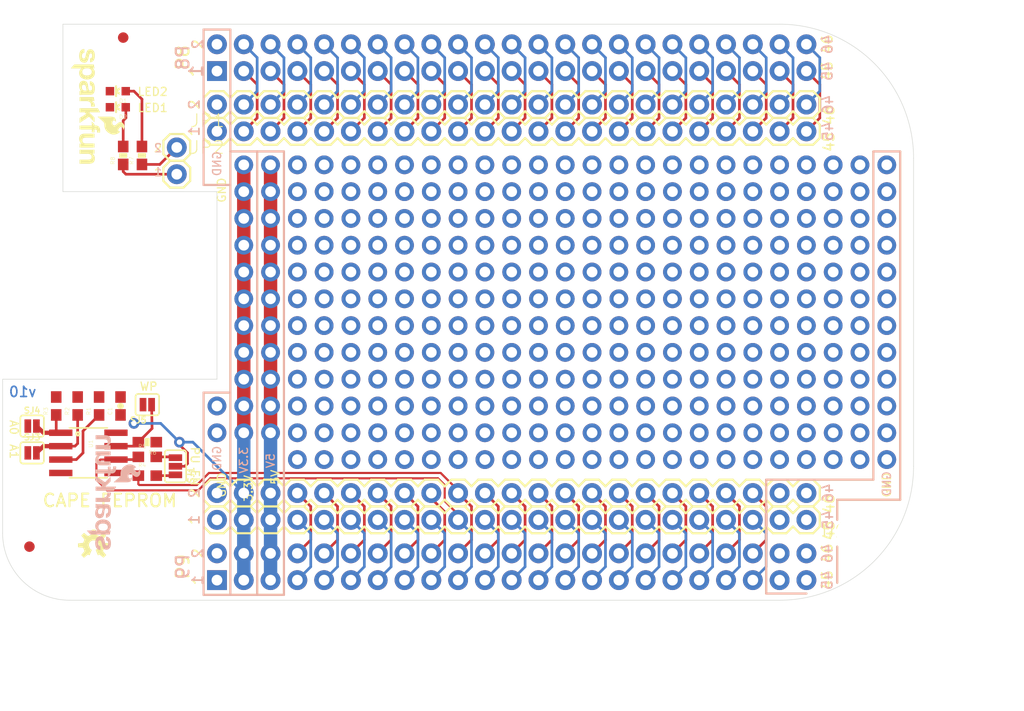
<source format=kicad_pcb>
(kicad_pcb (version 20171130) (host pcbnew "(5.1.12)-1")
  (layers (0 Top signal) (31 Bottom signal) (34 B.Paste user) (35 F.Paste user) (36 B.SilkS user) (37 F.SilkS user) (38 B.Mask user) (39 F.Mask user) (44 Edge.Cuts user))
  (net 0 "")
  (net 1 GND)
  (net 2 3.3V)
  (net 3 N$100)
  (net 4 N$101)
  (net 5 N$102)
  (net 6 N$103)
  (net 7 N$104)
  (net 8 N$105)
  (net 9 N$106)
  (net 10 N$107)
  (net 11 N$108)
  (net 12 N$109)
  (net 13 N$110)
  (net 14 N$111)
  (net 15 N$112)
  (net 16 N$113)
  (net 17 N$114)
  (net 18 N$115)
  (net 19 N$116)
  (net 20 N$117)
  (net 21 N$118)
  (net 22 N$119)
  (net 23 N$120)
  (net 24 N$121)
  (net 25 N$122)
  (net 26 N$123)
  (net 27 N$124)
  (net 28 N$125)
  (net 29 N$126)
  (net 30 N$127)
  (net 31 N$128)
  (net 32 N$129)
  (net 33 N$130)
  (net 34 N$131)
  (net 35 N$132)
  (net 36 N$133)
  (net 37 N$134)
  (net 38 N$135)
  (net 39 N$136)
  (net 40 N$137)
  (net 41 N$138)
  (net 42 N$139)
  (net 43 N$140)
  (net 44 N$141)
  (net 45 N$142)
  (net 46 N$143)
  (net 47 N$144)
  (net 48 N$145)
  (net 49 N$146)
  (net 50 N$147)
  (net 51 N$148)
  (net 52 N$149)
  (net 53 N$150)
  (net 54 N$151)
  (net 55 N$152)
  (net 56 N$153)
  (net 57 N$154)
  (net 58 N$155)
  (net 59 N$156)
  (net 60 N$157)
  (net 61 N$158)
  (net 62 N$159)
  (net 63 N$160)
  (net 64 N$161)
  (net 65 N$162)
  (net 66 N$163)
  (net 67 N$164)
  (net 68 N$165)
  (net 69 N$166)
  (net 70 N$167)
  (net 71 N$168)
  (net 72 N$169)
  (net 73 N$170)
  (net 74 N$171)
  (net 75 N$172)
  (net 76 N$173)
  (net 77 N$174)
  (net 78 N$175)
  (net 79 N$176)
  (net 80 N$177)
  (net 81 N$178)
  (net 82 N$179)
  (net 83 N$180)
  (net 84 N$181)
  (net 85 N$182)
  (net 86 N$183)
  (net 87 N$184)
  (net 88 N$185)
  (net 89 N$186)
  (net 90 N$187)
  (net 91 N$188)
  (net 92 N$189)
  (net 93 N$190)
  (net 94 N$191)
  (net 95 N$192)
  (net 96 N$193)
  (net 97 N$194)
  (net 98 N$195)
  (net 99 N$196)
  (net 100 N$197)
  (net 101 N$198)
  (net 102 N$199)
  (net 103 N$200)
  (net 104 N$201)
  (net 105 N$202)
  (net 106 N$203)
  (net 107 N$204)
  (net 108 N$205)
  (net 109 N$206)
  (net 110 N$207)
  (net 111 N$208)
  (net 112 N$209)
  (net 113 N$210)
  (net 114 N$211)
  (net 115 N$212)
  (net 116 N$213)
  (net 117 N$214)
  (net 118 N$215)
  (net 119 N$216)
  (net 120 N$217)
  (net 121 N$218)
  (net 122 N$219)
  (net 123 N$220)
  (net 124 N$221)
  (net 125 N$222)
  (net 126 N$223)
  (net 127 N$224)
  (net 128 N$225)
  (net 129 N$226)
  (net 130 N$227)
  (net 131 N$228)
  (net 132 N$229)
  (net 133 N$230)
  (net 134 N$231)
  (net 135 N$232)
  (net 136 N$233)
  (net 137 N$234)
  (net 138 N$235)
  (net 139 N$236)
  (net 140 N$237)
  (net 141 N$238)
  (net 142 N$239)
  (net 143 N$240)
  (net 144 N$241)
  (net 145 N$242)
  (net 146 N$243)
  (net 147 N$244)
  (net 148 N$245)
  (net 149 N$246)
  (net 150 N$247)
  (net 151 N$248)
  (net 152 N$249)
  (net 153 N$250)
  (net 154 N$251)
  (net 155 N$252)
  (net 156 N$253)
  (net 157 N$254)
  (net 158 N$255)
  (net 159 N$256)
  (net 160 N$257)
  (net 161 N$258)
  (net 162 N$259)
  (net 163 N$260)
  (net 164 N$261)
  (net 165 N$262)
  (net 166 N$263)
  (net 167 N$264)
  (net 168 N$265)
  (net 169 N$266)
  (net 170 N$267)
  (net 171 N$268)
  (net 172 N$269)
  (net 173 N$270)
  (net 174 N$271)
  (net 175 N$272)
  (net 176 N$273)
  (net 177 N$274)
  (net 178 N$275)
  (net 179 N$276)
  (net 180 N$277)
  (net 181 N$278)
  (net 182 N$279)
  (net 183 N$280)
  (net 184 N$281)
  (net 185 N$282)
  (net 186 N$283)
  (net 187 N$284)
  (net 188 N$285)
  (net 189 N$286)
  (net 190 N$287)
  (net 191 N$288)
  (net 192 N$289)
  (net 193 N$290)
  (net 194 N$291)
  (net 195 N$292)
  (net 196 N$293)
  (net 197 N$294)
  (net 198 N$295)
  (net 199 N$296)
  (net 200 N$297)
  (net 201 N$298)
  (net 202 N$299)
  (net 203 N$300)
  (net 204 N$301)
  (net 205 N$302)
  (net 206 N$303)
  (net 207 N$304)
  (net 208 N$305)
  (net 209 N$306)
  (net 210 N$307)
  (net 211 N$308)
  (net 212 N$309)
  (net 213 N$310)
  (net 214 N$311)
  (net 215 N$312)
  (net 216 N$313)
  (net 217 N$314)
  (net 218 N$315)
  (net 219 N$316)
  (net 220 N$317)
  (net 221 N$318)
  (net 222 N$319)
  (net 223 N$320)
  (net 224 N$321)
  (net 225 N$322)
  (net 226 N$323)
  (net 227 N$324)
  (net 228 N$325)
  (net 229 N$326)
  (net 230 N$327)
  (net 231 N$328)
  (net 232 N$329)
  (net 233 N$330)
  (net 234 N$331)
  (net 235 N$332)
  (net 236 N$333)
  (net 237 N$334)
  (net 238 N$335)
  (net 239 N$336)
  (net 240 N$337)
  (net 241 N$338)
  (net 242 N$339)
  (net 243 N$364)
  (net 244 N$365)
  (net 245 N$366)
  (net 246 N$367)
  (net 247 N$368)
  (net 248 N$369)
  (net 249 N$370)
  (net 250 N$371)
  (net 251 N$372)
  (net 252 N$373)
  (net 253 N$374)
  (net 254 N$375)
  (net 255 N$376)
  (net 256 N$377)
  (net 257 N$378)
  (net 258 N$379)
  (net 259 N$380)
  (net 260 N$381)
  (net 261 N$382)
  (net 262 N$383)
  (net 263 N$384)
  (net 264 N$385)
  (net 265 N$386)
  (net 266 N$391)
  (net 267 5V)
  (net 268 "Net-(U$1-PadP8.46)")
  (net 269 "Net-(U$1-PadP8.45)")
  (net 270 "Net-(U$1-PadP8.44)")
  (net 271 "Net-(U$1-PadP8.43)")
  (net 272 "Net-(U$1-PadP8.42)")
  (net 273 "Net-(U$1-PadP8.41)")
  (net 274 "Net-(U$1-PadP8.40)")
  (net 275 "Net-(U$1-PadP8.39)")
  (net 276 "Net-(U$1-PadP8.38)")
  (net 277 "Net-(U$1-PadP8.37)")
  (net 278 "Net-(U$1-PadP8.36)")
  (net 279 "Net-(U$1-PadP8.35)")
  (net 280 "Net-(U$1-PadP8.34)")
  (net 281 "Net-(U$1-PadP8.33)")
  (net 282 "Net-(U$1-PadP8.32)")
  (net 283 "Net-(U$1-PadP8.31)")
  (net 284 "Net-(U$1-PadP8.30)")
  (net 285 "Net-(U$1-PadP8.29)")
  (net 286 "Net-(U$1-PadP8.28)")
  (net 287 "Net-(U$1-PadP8.27)")
  (net 288 "Net-(U$1-PadP8.26)")
  (net 289 "Net-(U$1-PadP8.25)")
  (net 290 "Net-(U$1-PadP8.24)")
  (net 291 "Net-(U$1-PadP8.23)")
  (net 292 "Net-(U$1-PadP8.22)")
  (net 293 "Net-(U$1-PadP8.21)")
  (net 294 "Net-(U$1-PadP8.20)")
  (net 295 "Net-(U$1-PadP8.19)")
  (net 296 "Net-(U$1-PadP8.18)")
  (net 297 "Net-(U$1-PadP8.17)")
  (net 298 "Net-(U$1-PadP8.16)")
  (net 299 "Net-(U$1-PadP8.15)")
  (net 300 "Net-(U$1-PadP8.14)")
  (net 301 "Net-(U$1-PadP8.13)")
  (net 302 "Net-(U$1-PadP8.12)")
  (net 303 "Net-(U$1-PadP8.11)")
  (net 304 "Net-(U$1-PadP8.10)")
  (net 305 "Net-(U$1-PadP8.9)")
  (net 306 "Net-(U$1-PadP8.8)")
  (net 307 "Net-(U$1-PadP8.7)")
  (net 308 "Net-(U$1-PadP8.6)")
  (net 309 "Net-(U$1-PadP8.5)")
  (net 310 "Net-(U$1-PadP8.4)")
  (net 311 "Net-(U$1-PadP8.3)")
  (net 312 "Net-(U$1-PadP9.42)")
  (net 313 "Net-(U$1-PadP9.41)")
  (net 314 "Net-(U$1-PadP9.40)")
  (net 315 "Net-(U$1-PadP9.39)")
  (net 316 "Net-(U$1-PadP9.38)")
  (net 317 "Net-(U$1-PadP9.37)")
  (net 318 "Net-(U$1-PadP9.36)")
  (net 319 "Net-(U$1-PadP9.35)")
  (net 320 "Net-(U$1-PadP9.34)")
  (net 321 "Net-(U$1-PadP9.33)")
  (net 322 "Net-(U$1-PadP9.32)")
  (net 323 "Net-(U$1-PadP9.31)")
  (net 324 "Net-(U$1-PadP9.30)")
  (net 325 "Net-(U$1-PadP9.29)")
  (net 326 "Net-(U$1-PadP9.28)")
  (net 327 "Net-(U$1-PadP9.27)")
  (net 328 "Net-(U$1-PadP9.26)")
  (net 329 "Net-(U$1-PadP9.25)")
  (net 330 "Net-(U$1-PadP9.24)")
  (net 331 "Net-(U$1-PadP9.23)")
  (net 332 "Net-(U$1-PadP9.22)")
  (net 333 "Net-(U$1-PadP9.21)")
  (net 334 /SDA)
  (net 335 /SCL)
  (net 336 "Net-(U$1-PadP9.18)")
  (net 337 "Net-(U$1-PadP9.17)")
  (net 338 "Net-(U$1-PadP9.16)")
  (net 339 "Net-(U$1-PadP9.15)")
  (net 340 "Net-(U$1-PadP9.14)")
  (net 341 "Net-(U$1-PadP9.13)")
  (net 342 "Net-(U$1-PadP9.12)")
  (net 343 "Net-(U$1-PadP9.11)")
  (net 344 "Net-(U$1-PadP9.10)")
  (net 345 "Net-(U$1-PadP9.9)")
  (net 346 "Net-(U$1-PadP9.8)")
  (net 347 "Net-(U$1-PadP9.7)")
  (net 348 "Net-(R6-Pad2)")
  (net 349 "Net-(R1-Pad1)")
  (net 350 "Net-(R2-Pad1)")
  (net 351 "Net-(R3-Pad1)")
  (net 352 "Net-(R4-Pad2)")
  (net 353 "Net-(R5-Pad2)")
  (net 354 "Net-(D1-PadA)")
  (net 355 "Net-(D2-PadA)")
  (net 356 "Net-(JP1-Pad1)")
  (net 357 "Net-(JP2-Pad1)")
  (module BBB_Breakout_Cape:BEAGLE_BONE_BLACK_CAPE (layer Top) (at 105.3211 132.3086)
    (fp_text reference U$1)
    (fp_text value BEAGLE_BONE_BLACK_CAPE)
    (fp_text user P9 (at 17.78 -3.175 90) (layer F.SilkS) (effects (font (size 1.2065 1.2065) (thickness 0.1905)) (justify bottom)))
    (fp_text user 2 (at 19.05 -4.445 90) (layer F.SilkS) (effects (font (size 0.9652 0.9652) (thickness 0.1524)) (justify bottom)))
    (fp_text user 1 (at 19.05 -1.905 90) (layer F.SilkS) (effects (font (size 0.9652 0.9652) (thickness 0.1524)) (justify bottom)))
    (fp_text user 45 (at 78.74 -1.905 90) (layer F.SilkS) (effects (font (size 0.9652 0.9652) (thickness 0.1524)) (justify bottom)))
    (fp_text user 46 (at 78.74 -4.445 90) (layer F.SilkS) (effects (font (size 0.9652 0.9652) (thickness 0.1524)) (justify bottom)))
    (fp_text user 46 (at 78.74 -52.705 90) (layer F.SilkS) (effects (font (size 0.9652 0.9652) (thickness 0.1524)) (justify bottom)))
    (fp_text user 45 (at 78.74 -50.165 90) (layer F.SilkS) (effects (font (size 0.9652 0.9652) (thickness 0.1524)) (justify bottom)))
    (fp_text user P8 (at 17.78 -51.435 90) (layer F.SilkS) (effects (font (size 1.2065 1.2065) (thickness 0.1905)) (justify bottom)))
    (fp_text user 2 (at 19.05 -52.705 90) (layer F.SilkS) (effects (font (size 0.9652 0.9652) (thickness 0.1524)) (justify bottom)))
    (fp_text user 1 (at 19.05 -50.165 90) (layer F.SilkS) (effects (font (size 1.2065 1.2065) (thickness 0.1905)) (justify bottom)))
    (fp_text user 46 (at 78.74 -4.445 -270) (layer B.SilkS) (effects (font (size 0.9652 0.9652) (thickness 0.1524)) (justify bottom mirror)))
    (fp_text user 45 (at 78.74 -1.905 -270) (layer B.SilkS) (effects (font (size 0.9652 0.9652) (thickness 0.1524)) (justify bottom mirror)))
    (fp_text user 45 (at 78.74 -50.165 -270) (layer B.SilkS) (effects (font (size 0.9652 0.9652) (thickness 0.1524)) (justify bottom mirror)))
    (fp_text user 46 (at 78.74 -52.705 -270) (layer B.SilkS) (effects (font (size 0.9652 0.9652) (thickness 0.1524)) (justify bottom mirror)))
    (fp_text user 2 (at 19.05 -52.705 -270) (layer B.SilkS) (effects (font (size 0.9652 0.9652) (thickness 0.1524)) (justify bottom mirror)))
    (fp_text user 2 (at 19.05 -4.445 -270) (layer B.SilkS) (effects (font (size 0.9652 0.9652) (thickness 0.1524)) (justify bottom mirror)))
    (fp_text user 1 (at 19.05 -1.905 -270) (layer B.SilkS) (effects (font (size 0.9652 0.9652) (thickness 0.1524)) (justify bottom mirror)))
    (fp_text user 1 (at 19.05 -50.165 -270) (layer B.SilkS) (effects (font (size 1.2065 1.2065) (thickness 0.1905)) (justify bottom mirror)))
    (fp_text user P9 (at 17.78 -3.175 -270) (layer B.SilkS) (effects (font (size 1.2065 1.2065) (thickness 0.1905)) (justify bottom mirror)))
    (fp_text user P8 (at 17.78 -51.435 -270) (layer B.SilkS) (effects (font (size 1.2065 1.2065) (thickness 0.1905)) (justify bottom mirror)))
    (pad P8.46 thru_hole circle (at 76.2 -52.705) (size 1.8796 1.8796) (drill 1.016) (layers *.Cu *.Mask) (net 268 "Net-(U$1-PadP8.46)"))
    (pad P8.45 thru_hole circle (at 76.2 -50.165) (size 1.8796 1.8796) (drill 1.016) (layers *.Cu *.Mask) (net 269 "Net-(U$1-PadP8.45)"))
    (pad P8.44 thru_hole circle (at 73.66 -52.705) (size 1.8796 1.8796) (drill 1.016) (layers *.Cu *.Mask) (net 270 "Net-(U$1-PadP8.44)"))
    (pad P8.43 thru_hole circle (at 73.66 -50.165) (size 1.8796 1.8796) (drill 1.016) (layers *.Cu *.Mask) (net 271 "Net-(U$1-PadP8.43)"))
    (pad P8.42 thru_hole circle (at 71.12 -52.705) (size 1.8796 1.8796) (drill 1.016) (layers *.Cu *.Mask) (net 272 "Net-(U$1-PadP8.42)"))
    (pad P8.41 thru_hole circle (at 71.12 -50.165) (size 1.8796 1.8796) (drill 1.016) (layers *.Cu *.Mask) (net 273 "Net-(U$1-PadP8.41)"))
    (pad P8.40 thru_hole circle (at 68.58 -52.705) (size 1.8796 1.8796) (drill 1.016) (layers *.Cu *.Mask) (net 274 "Net-(U$1-PadP8.40)"))
    (pad P8.39 thru_hole circle (at 68.58 -50.165) (size 1.8796 1.8796) (drill 1.016) (layers *.Cu *.Mask) (net 275 "Net-(U$1-PadP8.39)"))
    (pad P8.38 thru_hole circle (at 66.04 -52.705) (size 1.8796 1.8796) (drill 1.016) (layers *.Cu *.Mask) (net 276 "Net-(U$1-PadP8.38)"))
    (pad P8.37 thru_hole circle (at 66.04 -50.165) (size 1.8796 1.8796) (drill 1.016) (layers *.Cu *.Mask) (net 277 "Net-(U$1-PadP8.37)"))
    (pad P8.36 thru_hole circle (at 63.5 -52.705) (size 1.8796 1.8796) (drill 1.016) (layers *.Cu *.Mask) (net 278 "Net-(U$1-PadP8.36)"))
    (pad P8.35 thru_hole circle (at 63.5 -50.165) (size 1.8796 1.8796) (drill 1.016) (layers *.Cu *.Mask) (net 279 "Net-(U$1-PadP8.35)"))
    (pad P8.34 thru_hole circle (at 60.96 -52.705) (size 1.8796 1.8796) (drill 1.016) (layers *.Cu *.Mask) (net 280 "Net-(U$1-PadP8.34)"))
    (pad P8.33 thru_hole circle (at 60.96 -50.165) (size 1.8796 1.8796) (drill 1.016) (layers *.Cu *.Mask) (net 281 "Net-(U$1-PadP8.33)"))
    (pad P8.32 thru_hole circle (at 58.42 -52.705) (size 1.8796 1.8796) (drill 1.016) (layers *.Cu *.Mask) (net 282 "Net-(U$1-PadP8.32)"))
    (pad P8.31 thru_hole circle (at 58.42 -50.165) (size 1.8796 1.8796) (drill 1.016) (layers *.Cu *.Mask) (net 283 "Net-(U$1-PadP8.31)"))
    (pad P8.30 thru_hole circle (at 55.88 -52.705) (size 1.8796 1.8796) (drill 1.016) (layers *.Cu *.Mask) (net 284 "Net-(U$1-PadP8.30)"))
    (pad P8.29 thru_hole circle (at 55.88 -50.165) (size 1.8796 1.8796) (drill 1.016) (layers *.Cu *.Mask) (net 285 "Net-(U$1-PadP8.29)"))
    (pad P8.28 thru_hole circle (at 53.34 -52.705) (size 1.8796 1.8796) (drill 1.016) (layers *.Cu *.Mask) (net 286 "Net-(U$1-PadP8.28)"))
    (pad P8.27 thru_hole circle (at 53.34 -50.165) (size 1.8796 1.8796) (drill 1.016) (layers *.Cu *.Mask) (net 287 "Net-(U$1-PadP8.27)"))
    (pad P8.26 thru_hole circle (at 50.8 -52.705) (size 1.8796 1.8796) (drill 1.016) (layers *.Cu *.Mask) (net 288 "Net-(U$1-PadP8.26)"))
    (pad P8.25 thru_hole circle (at 50.8 -50.165) (size 1.8796 1.8796) (drill 1.016) (layers *.Cu *.Mask) (net 289 "Net-(U$1-PadP8.25)"))
    (pad P8.24 thru_hole circle (at 48.26 -52.705) (size 1.8796 1.8796) (drill 1.016) (layers *.Cu *.Mask) (net 290 "Net-(U$1-PadP8.24)"))
    (pad P8.23 thru_hole circle (at 48.26 -50.165) (size 1.8796 1.8796) (drill 1.016) (layers *.Cu *.Mask) (net 291 "Net-(U$1-PadP8.23)"))
    (pad P8.22 thru_hole circle (at 45.72 -52.705) (size 1.8796 1.8796) (drill 1.016) (layers *.Cu *.Mask) (net 292 "Net-(U$1-PadP8.22)"))
    (pad P8.21 thru_hole circle (at 45.72 -50.165) (size 1.8796 1.8796) (drill 1.016) (layers *.Cu *.Mask) (net 293 "Net-(U$1-PadP8.21)"))
    (pad P8.20 thru_hole circle (at 43.18 -52.705) (size 1.8796 1.8796) (drill 1.016) (layers *.Cu *.Mask) (net 294 "Net-(U$1-PadP8.20)"))
    (pad P8.19 thru_hole circle (at 43.18 -50.165) (size 1.8796 1.8796) (drill 1.016) (layers *.Cu *.Mask) (net 295 "Net-(U$1-PadP8.19)"))
    (pad P8.18 thru_hole circle (at 40.64 -52.705) (size 1.8796 1.8796) (drill 1.016) (layers *.Cu *.Mask) (net 296 "Net-(U$1-PadP8.18)"))
    (pad P8.17 thru_hole circle (at 40.64 -50.165) (size 1.8796 1.8796) (drill 1.016) (layers *.Cu *.Mask) (net 297 "Net-(U$1-PadP8.17)"))
    (pad P8.16 thru_hole circle (at 38.1 -52.705) (size 1.8796 1.8796) (drill 1.016) (layers *.Cu *.Mask) (net 298 "Net-(U$1-PadP8.16)"))
    (pad P8.15 thru_hole circle (at 38.1 -50.165) (size 1.8796 1.8796) (drill 1.016) (layers *.Cu *.Mask) (net 299 "Net-(U$1-PadP8.15)"))
    (pad P8.14 thru_hole circle (at 35.56 -52.705) (size 1.8796 1.8796) (drill 1.016) (layers *.Cu *.Mask) (net 300 "Net-(U$1-PadP8.14)"))
    (pad P8.13 thru_hole circle (at 35.56 -50.165) (size 1.8796 1.8796) (drill 1.016) (layers *.Cu *.Mask) (net 301 "Net-(U$1-PadP8.13)"))
    (pad P8.12 thru_hole circle (at 33.02 -52.705) (size 1.8796 1.8796) (drill 1.016) (layers *.Cu *.Mask) (net 302 "Net-(U$1-PadP8.12)"))
    (pad P8.11 thru_hole circle (at 33.02 -50.165) (size 1.8796 1.8796) (drill 1.016) (layers *.Cu *.Mask) (net 303 "Net-(U$1-PadP8.11)"))
    (pad P8.10 thru_hole circle (at 30.48 -52.705) (size 1.8796 1.8796) (drill 1.016) (layers *.Cu *.Mask) (net 304 "Net-(U$1-PadP8.10)"))
    (pad P8.9 thru_hole circle (at 30.48 -50.165) (size 1.8796 1.8796) (drill 1.016) (layers *.Cu *.Mask) (net 305 "Net-(U$1-PadP8.9)"))
    (pad P8.8 thru_hole circle (at 27.94 -52.705) (size 1.8796 1.8796) (drill 1.016) (layers *.Cu *.Mask) (net 306 "Net-(U$1-PadP8.8)"))
    (pad P8.7 thru_hole circle (at 27.94 -50.165) (size 1.8796 1.8796) (drill 1.016) (layers *.Cu *.Mask) (net 307 "Net-(U$1-PadP8.7)"))
    (pad P8.6 thru_hole circle (at 25.4 -52.705) (size 1.8796 1.8796) (drill 1.016) (layers *.Cu *.Mask) (net 308 "Net-(U$1-PadP8.6)"))
    (pad P8.5 thru_hole circle (at 25.4 -50.165) (size 1.8796 1.8796) (drill 1.016) (layers *.Cu *.Mask) (net 309 "Net-(U$1-PadP8.5)"))
    (pad P8.4 thru_hole circle (at 22.86 -52.705) (size 1.8796 1.8796) (drill 1.016) (layers *.Cu *.Mask) (net 310 "Net-(U$1-PadP8.4)"))
    (pad P8.3 thru_hole circle (at 22.86 -50.165) (size 1.8796 1.8796) (drill 1.016) (layers *.Cu *.Mask) (net 311 "Net-(U$1-PadP8.3)"))
    (pad P8.2 thru_hole circle (at 20.32 -52.705) (size 1.8796 1.8796) (drill 1.016) (layers *.Cu *.Mask) (net 1 GND))
    (pad P8.1 thru_hole rect (at 20.32 -50.165) (size 1.8796 1.8796) (drill 1.016) (layers *.Cu *.Mask) (net 1 GND))
    (pad P9.46 thru_hole circle (at 76.2 -4.445) (size 1.8796 1.8796) (drill 1.016) (layers *.Cu *.Mask) (net 1 GND))
    (pad P9.45 thru_hole circle (at 76.2 -1.905) (size 1.8796 1.8796) (drill 1.016) (layers *.Cu *.Mask) (net 1 GND))
    (pad P9.44 thru_hole circle (at 73.66 -4.445) (size 1.8796 1.8796) (drill 1.016) (layers *.Cu *.Mask) (net 1 GND))
    (pad P9.43 thru_hole circle (at 73.66 -1.905) (size 1.8796 1.8796) (drill 1.016) (layers *.Cu *.Mask) (net 1 GND))
    (pad P9.42 thru_hole circle (at 71.12 -4.445) (size 1.8796 1.8796) (drill 1.016) (layers *.Cu *.Mask) (net 312 "Net-(U$1-PadP9.42)"))
    (pad P9.41 thru_hole circle (at 71.12 -1.905) (size 1.8796 1.8796) (drill 1.016) (layers *.Cu *.Mask) (net 313 "Net-(U$1-PadP9.41)"))
    (pad P9.40 thru_hole circle (at 68.58 -4.445) (size 1.8796 1.8796) (drill 1.016) (layers *.Cu *.Mask) (net 314 "Net-(U$1-PadP9.40)"))
    (pad P9.39 thru_hole circle (at 68.58 -1.905) (size 1.8796 1.8796) (drill 1.016) (layers *.Cu *.Mask) (net 315 "Net-(U$1-PadP9.39)"))
    (pad P9.38 thru_hole circle (at 66.04 -4.445) (size 1.8796 1.8796) (drill 1.016) (layers *.Cu *.Mask) (net 316 "Net-(U$1-PadP9.38)"))
    (pad P9.37 thru_hole circle (at 66.04 -1.905) (size 1.8796 1.8796) (drill 1.016) (layers *.Cu *.Mask) (net 317 "Net-(U$1-PadP9.37)"))
    (pad P9.36 thru_hole circle (at 63.5 -4.445) (size 1.8796 1.8796) (drill 1.016) (layers *.Cu *.Mask) (net 318 "Net-(U$1-PadP9.36)"))
    (pad P9.35 thru_hole circle (at 63.5 -1.905) (size 1.8796 1.8796) (drill 1.016) (layers *.Cu *.Mask) (net 319 "Net-(U$1-PadP9.35)"))
    (pad P9.34 thru_hole circle (at 60.96 -4.445) (size 1.8796 1.8796) (drill 1.016) (layers *.Cu *.Mask) (net 320 "Net-(U$1-PadP9.34)"))
    (pad P9.33 thru_hole circle (at 60.96 -1.905) (size 1.8796 1.8796) (drill 1.016) (layers *.Cu *.Mask) (net 321 "Net-(U$1-PadP9.33)"))
    (pad P9.32 thru_hole circle (at 58.42 -4.445) (size 1.8796 1.8796) (drill 1.016) (layers *.Cu *.Mask) (net 322 "Net-(U$1-PadP9.32)"))
    (pad P9.31 thru_hole circle (at 58.42 -1.905) (size 1.8796 1.8796) (drill 1.016) (layers *.Cu *.Mask) (net 323 "Net-(U$1-PadP9.31)"))
    (pad P9.30 thru_hole circle (at 55.88 -4.445) (size 1.8796 1.8796) (drill 1.016) (layers *.Cu *.Mask) (net 324 "Net-(U$1-PadP9.30)"))
    (pad P9.29 thru_hole circle (at 55.88 -1.905) (size 1.8796 1.8796) (drill 1.016) (layers *.Cu *.Mask) (net 325 "Net-(U$1-PadP9.29)"))
    (pad P9.28 thru_hole circle (at 53.34 -4.445) (size 1.8796 1.8796) (drill 1.016) (layers *.Cu *.Mask) (net 326 "Net-(U$1-PadP9.28)"))
    (pad P9.27 thru_hole circle (at 53.34 -1.905) (size 1.8796 1.8796) (drill 1.016) (layers *.Cu *.Mask) (net 327 "Net-(U$1-PadP9.27)"))
    (pad P9.26 thru_hole circle (at 50.8 -4.445) (size 1.8796 1.8796) (drill 1.016) (layers *.Cu *.Mask) (net 328 "Net-(U$1-PadP9.26)"))
    (pad P9.25 thru_hole circle (at 50.8 -1.905) (size 1.8796 1.8796) (drill 1.016) (layers *.Cu *.Mask) (net 329 "Net-(U$1-PadP9.25)"))
    (pad P9.24 thru_hole circle (at 48.26 -4.445) (size 1.8796 1.8796) (drill 1.016) (layers *.Cu *.Mask) (net 330 "Net-(U$1-PadP9.24)"))
    (pad P9.23 thru_hole circle (at 48.26 -1.905) (size 1.8796 1.8796) (drill 1.016) (layers *.Cu *.Mask) (net 331 "Net-(U$1-PadP9.23)"))
    (pad P9.22 thru_hole circle (at 45.72 -4.445) (size 1.8796 1.8796) (drill 1.016) (layers *.Cu *.Mask) (net 332 "Net-(U$1-PadP9.22)"))
    (pad P9.21 thru_hole circle (at 45.72 -1.905) (size 1.8796 1.8796) (drill 1.016) (layers *.Cu *.Mask) (net 333 "Net-(U$1-PadP9.21)"))
    (pad P9.20 thru_hole circle (at 43.18 -4.445) (size 1.8796 1.8796) (drill 1.016) (layers *.Cu *.Mask) (net 334 /SDA))
    (pad P9.19 thru_hole circle (at 43.18 -1.905) (size 1.8796 1.8796) (drill 1.016) (layers *.Cu *.Mask) (net 335 /SCL))
    (pad P9.18 thru_hole circle (at 40.64 -4.445) (size 1.8796 1.8796) (drill 1.016) (layers *.Cu *.Mask) (net 336 "Net-(U$1-PadP9.18)"))
    (pad P9.17 thru_hole circle (at 40.64 -1.905) (size 1.8796 1.8796) (drill 1.016) (layers *.Cu *.Mask) (net 337 "Net-(U$1-PadP9.17)"))
    (pad P9.16 thru_hole circle (at 38.1 -4.445) (size 1.8796 1.8796) (drill 1.016) (layers *.Cu *.Mask) (net 338 "Net-(U$1-PadP9.16)"))
    (pad P9.15 thru_hole circle (at 38.1 -1.905) (size 1.8796 1.8796) (drill 1.016) (layers *.Cu *.Mask) (net 339 "Net-(U$1-PadP9.15)"))
    (pad P9.14 thru_hole circle (at 35.56 -4.445) (size 1.8796 1.8796) (drill 1.016) (layers *.Cu *.Mask) (net 340 "Net-(U$1-PadP9.14)"))
    (pad P9.13 thru_hole circle (at 35.56 -1.905) (size 1.8796 1.8796) (drill 1.016) (layers *.Cu *.Mask) (net 341 "Net-(U$1-PadP9.13)"))
    (pad P9.12 thru_hole circle (at 33.02 -4.445) (size 1.8796 1.8796) (drill 1.016) (layers *.Cu *.Mask) (net 342 "Net-(U$1-PadP9.12)"))
    (pad P9.11 thru_hole circle (at 33.02 -1.905) (size 1.8796 1.8796) (drill 1.016) (layers *.Cu *.Mask) (net 343 "Net-(U$1-PadP9.11)"))
    (pad P9.10 thru_hole circle (at 30.48 -4.445) (size 1.8796 1.8796) (drill 1.016) (layers *.Cu *.Mask) (net 344 "Net-(U$1-PadP9.10)"))
    (pad P9.9 thru_hole circle (at 30.48 -1.905) (size 1.8796 1.8796) (drill 1.016) (layers *.Cu *.Mask) (net 345 "Net-(U$1-PadP9.9)"))
    (pad P9.8 thru_hole circle (at 27.94 -4.445) (size 1.8796 1.8796) (drill 1.016) (layers *.Cu *.Mask) (net 346 "Net-(U$1-PadP9.8)"))
    (pad P9.7 thru_hole circle (at 27.94 -1.905) (size 1.8796 1.8796) (drill 1.016) (layers *.Cu *.Mask) (net 347 "Net-(U$1-PadP9.7)"))
    (pad P9.6 thru_hole circle (at 25.4 -4.445) (size 1.8796 1.8796) (drill 1.016) (layers *.Cu *.Mask) (net 267 5V))
    (pad P9.5 thru_hole circle (at 25.4 -1.905) (size 1.8796 1.8796) (drill 1.016) (layers *.Cu *.Mask) (net 267 5V))
    (pad P9.4 thru_hole circle (at 22.86 -4.445) (size 1.8796 1.8796) (drill 1.016) (layers *.Cu *.Mask) (net 2 3.3V))
    (pad P9.3 thru_hole circle (at 22.86 -1.905) (size 1.8796 1.8796) (drill 1.016) (layers *.Cu *.Mask) (net 2 3.3V))
    (pad P9.2 thru_hole circle (at 20.32 -4.445) (size 1.8796 1.8796) (drill 1.016) (layers *.Cu *.Mask) (net 1 GND))
    (pad P9.1 thru_hole rect (at 20.32 -1.905) (size 1.8796 1.8796) (drill 1.016) (layers *.Cu *.Mask) (net 1 GND))
    (pad "" np_thru_hole circle (at 14.605 -51.435) (size 3.175 3.175) (drill 3.175) (layers *.Cu *.Mask))
    (pad "" np_thru_hole circle (at 80.645 -48.26) (size 3.175 3.175) (drill 3.175) (layers *.Cu *.Mask))
    (pad "" np_thru_hole circle (at 80.645 -6.35) (size 3.175 3.175) (drill 3.175) (layers *.Cu *.Mask))
    (pad "" np_thru_hole circle (at 14.605 -3.175) (size 3.175 3.175) (drill 3.175) (layers *.Cu *.Mask))
  )
  (module BBB_Breakout_Cape:SO08 (layer Top) (at 113.4491 118.3386 270)
    (fp_text reference U1 (at -1.27 0 270) (layer F.SilkS) (effects (font (size 0.38608 0.38608) (thickness 0.032512)) (justify right top)))
    (fp_text value EEPROM-I2CSMD)
    (pad 8 smd rect (at -1.905 -2.6162 270) (size 0.6096 2.2098) (layers Top F.Paste F.Mask) (net 2 3.3V))
    (pad 7 smd rect (at -0.635 -2.6162 270) (size 0.6096 2.2098) (layers Top F.Paste F.Mask) (net 348 "Net-(R6-Pad2)"))
    (pad 6 smd rect (at 0.635 -2.6162 270) (size 0.6096 2.2098) (layers Top F.Paste F.Mask) (net 335 /SCL))
    (pad 5 smd rect (at 1.905 -2.6162 270) (size 0.6096 2.2098) (layers Top F.Paste F.Mask) (net 334 /SDA))
    (pad 4 smd rect (at 1.905 2.6162 270) (size 0.6096 2.2098) (layers Top F.Paste F.Mask) (net 1 GND))
    (pad 3 smd rect (at 0.635 2.6162 270) (size 0.6096 2.2098) (layers Top F.Paste F.Mask) (net 349 "Net-(R1-Pad1)"))
    (pad 2 smd rect (at -0.635 2.6162 270) (size 0.6096 2.2098) (layers Top F.Paste F.Mask) (net 350 "Net-(R2-Pad1)"))
    (pad 1 smd rect (at -1.905 2.6162 270) (size 0.6096 2.2098) (layers Top F.Paste F.Mask) (net 351 "Net-(R3-Pad1)"))
  )
  (module BBB_Breakout_Cape:CREATIVE_COMMONS (layer Top) (at 125.6411 142.4686)
    (fp_text reference FRAME1 hide)
    (fp_text value FRAME-LETTER hide)
  )
  (module BBB_Breakout_Cape:0603@1 (layer Top) (at 114.4651 113.8936 90)
    (fp_text reference R1 (at -0.889 -0.762 90) (layer F.SilkS) (effects (font (size 0.38608 0.38608) (thickness 0.032512)) (justify left bottom)))
    (fp_text value 4.7k)
    (pad 2 smd rect (at 0.85 0 90) (size 1.1 1) (layers Top F.Paste F.Mask) (net 2 3.3V))
    (pad 1 smd rect (at -0.85 0 90) (size 1.1 1) (layers Top F.Paste F.Mask) (net 349 "Net-(R1-Pad1)"))
  )
  (module BBB_Breakout_Cape:0603@1 (layer Top) (at 112.4331 113.8936 90)
    (fp_text reference R2 (at -0.889 -0.762 90) (layer F.SilkS) (effects (font (size 0.38608 0.38608) (thickness 0.032512)) (justify left bottom)))
    (fp_text value 4.7k)
    (pad 2 smd rect (at 0.85 0 90) (size 1.1 1) (layers Top F.Paste F.Mask) (net 2 3.3V))
    (pad 1 smd rect (at -0.85 0 90) (size 1.1 1) (layers Top F.Paste F.Mask) (net 350 "Net-(R2-Pad1)"))
  )
  (module BBB_Breakout_Cape:0603@1 (layer Top) (at 110.4011 113.8936 90)
    (fp_text reference R3 (at -0.889 -0.762 90) (layer F.SilkS) (effects (font (size 0.38608 0.38608) (thickness 0.032512)) (justify left bottom)))
    (fp_text value 4.7k)
    (pad 2 smd rect (at 0.85 0 90) (size 1.1 1) (layers Top F.Paste F.Mask) (net 2 3.3V))
    (pad 1 smd rect (at -0.85 0 90) (size 1.1 1) (layers Top F.Paste F.Mask) (net 351 "Net-(R3-Pad1)"))
  )
  (module BBB_Breakout_Cape:0603-CAP (layer Top) (at 116.4971 113.8936 90)
    (fp_text reference C1 (at -0.889 -0.762 90) (layer F.SilkS) (effects (font (size 0.38608 0.38608) (thickness 0.032512)) (justify left bottom)))
    (fp_text value 0.1uF)
    (pad 2 smd rect (at 0.85 0 90) (size 1.1 1) (layers Top F.Paste F.Mask) (net 1 GND))
    (pad 1 smd rect (at -0.85 0 90) (size 1.1 1) (layers Top F.Paste F.Mask) (net 2 3.3V))
  )
  (module BBB_Breakout_Cape:SFE_LOGO_NAME_FLAME_.1 (layer Top) (at 111.6711 79.6036 270)
    (fp_text reference LOGO3 hide)
    (fp_text value SFE_LOGO_NAME_FLAME.1_INCH hide)
  )
  (module BBB_Breakout_Cape:OSHW-LOGO-S (layer Top) (at 113.9571 127.1016)
    (fp_text reference LOGO2 hide)
    (fp_text value OSHW-LOGOS hide)
  )
  (module BBB_Breakout_Cape:0603@1 (layer Top) (at 119.0371 120.4976)
    (fp_text reference R4 (at -0.889 -0.762) (layer F.SilkS) (effects (font (size 0.38608 0.38608) (thickness 0.032512)) (justify left bottom)))
    (fp_text value 4.7k)
    (pad 2 smd rect (at 0.85 0) (size 1.1 1) (layers Top F.Paste F.Mask) (net 352 "Net-(R4-Pad2)"))
    (pad 1 smd rect (at -0.85 0) (size 1.1 1) (layers Top F.Paste F.Mask) (net 334 /SDA))
  )
  (module BBB_Breakout_Cape:0603@1 (layer Top) (at 119.0371 118.7196)
    (fp_text reference R5 (at -0.889 -0.762) (layer F.SilkS) (effects (font (size 0.38608 0.38608) (thickness 0.032512)) (justify left bottom)))
    (fp_text value 4.7k)
    (pad 2 smd rect (at 0.85 0) (size 1.1 1) (layers Top F.Paste F.Mask) (net 353 "Net-(R5-Pad2)"))
    (pad 1 smd rect (at -0.85 0) (size 1.1 1) (layers Top F.Paste F.Mask) (net 335 /SCL))
  )
  (module BBB_Breakout_Cape:SMT-JUMPER_3_2-NC_PASTE_SILK (layer Top) (at 121.7041 119.6086 270)
    (fp_text reference SJ1 (at 0 -1.143 270) (layer F.SilkS) (effects (font (size 0.57912 0.57912) (thickness 0.12192)) (justify right top)))
    (fp_text value "I2C EN")
    (pad 3 smd rect (at 0.8128 0 270) (size 0.635 1.27) (layers Top F.Mask) (net 352 "Net-(R4-Pad2)"))
    (pad 2 smd rect (at 0 0 270) (size 0.635 1.27) (layers Top F.Mask) (net 2 3.3V))
    (pad 1 smd rect (at -0.8128 0 270) (size 0.635 1.27) (layers Top F.Mask) (net 353 "Net-(R5-Pad2)"))
  )
  (module BBB_Breakout_Cape:0603-RES (layer Top) (at 119.0371 117.3226 180)
    (fp_text reference R6 (at -0.889 -0.762 180) (layer F.SilkS) (effects (font (size 0.38608 0.38608) (thickness 0.032512)) (justify right top)))
    (fp_text value 10k)
    (pad 2 smd rect (at 0.85 0 180) (size 1.1 1) (layers Top F.Paste F.Mask) (net 348 "Net-(R6-Pad2)"))
    (pad 1 smd rect (at -0.85 0 180) (size 1.1 1) (layers Top F.Paste F.Mask) (net 1 GND))
  )
  (module BBB_Breakout_Cape:1X23 (layer Top) (at 154.8511 87.8586 180)
    (fp_text reference U$2 hide)
    (fp_text value M23 hide)
    (pad 24 thru_hole circle (at 29.21 0 270) (size 1.8796 1.8796) (drill 1.016) (layers *.Cu *.Mask) (net 1 GND))
    (pad 23 thru_hole circle (at 26.67 0 270) (size 1.8796 1.8796) (drill 1.016) (layers *.Cu *.Mask) (net 311 "Net-(U$1-PadP8.3)"))
    (pad 22 thru_hole circle (at 24.13 0 270) (size 1.8796 1.8796) (drill 1.016) (layers *.Cu *.Mask) (net 309 "Net-(U$1-PadP8.5)"))
    (pad 21 thru_hole circle (at 21.59 0 270) (size 1.8796 1.8796) (drill 1.016) (layers *.Cu *.Mask) (net 307 "Net-(U$1-PadP8.7)"))
    (pad 20 thru_hole circle (at 19.05 0 270) (size 1.8796 1.8796) (drill 1.016) (layers *.Cu *.Mask) (net 305 "Net-(U$1-PadP8.9)"))
    (pad 19 thru_hole circle (at 16.51 0 270) (size 1.8796 1.8796) (drill 1.016) (layers *.Cu *.Mask) (net 303 "Net-(U$1-PadP8.11)"))
    (pad 18 thru_hole circle (at 13.97 0 270) (size 1.8796 1.8796) (drill 1.016) (layers *.Cu *.Mask) (net 301 "Net-(U$1-PadP8.13)"))
    (pad 17 thru_hole circle (at 11.43 0 270) (size 1.8796 1.8796) (drill 1.016) (layers *.Cu *.Mask) (net 299 "Net-(U$1-PadP8.15)"))
    (pad 16 thru_hole circle (at 8.89 0 270) (size 1.8796 1.8796) (drill 1.016) (layers *.Cu *.Mask) (net 297 "Net-(U$1-PadP8.17)"))
    (pad 15 thru_hole circle (at 6.35 0 270) (size 1.8796 1.8796) (drill 1.016) (layers *.Cu *.Mask) (net 295 "Net-(U$1-PadP8.19)"))
    (pad 14 thru_hole circle (at 3.81 0 270) (size 1.8796 1.8796) (drill 1.016) (layers *.Cu *.Mask) (net 293 "Net-(U$1-PadP8.21)"))
    (pad 13 thru_hole circle (at 1.27 0 270) (size 1.8796 1.8796) (drill 1.016) (layers *.Cu *.Mask) (net 291 "Net-(U$1-PadP8.23)"))
    (pad 12 thru_hole circle (at -1.27 0 270) (size 1.8796 1.8796) (drill 1.016) (layers *.Cu *.Mask) (net 289 "Net-(U$1-PadP8.25)"))
    (pad 11 thru_hole circle (at -3.81 0 270) (size 1.8796 1.8796) (drill 1.016) (layers *.Cu *.Mask) (net 287 "Net-(U$1-PadP8.27)"))
    (pad 10 thru_hole circle (at -6.35 0 270) (size 1.8796 1.8796) (drill 1.016) (layers *.Cu *.Mask) (net 285 "Net-(U$1-PadP8.29)"))
    (pad 9 thru_hole circle (at -8.89 0 270) (size 1.8796 1.8796) (drill 1.016) (layers *.Cu *.Mask) (net 283 "Net-(U$1-PadP8.31)"))
    (pad 8 thru_hole circle (at -11.43 0 270) (size 1.8796 1.8796) (drill 1.016) (layers *.Cu *.Mask) (net 281 "Net-(U$1-PadP8.33)"))
    (pad 7 thru_hole circle (at -13.97 0 270) (size 1.8796 1.8796) (drill 1.016) (layers *.Cu *.Mask) (net 279 "Net-(U$1-PadP8.35)"))
    (pad 6 thru_hole circle (at -16.51 0 270) (size 1.8796 1.8796) (drill 1.016) (layers *.Cu *.Mask) (net 277 "Net-(U$1-PadP8.37)"))
    (pad 5 thru_hole circle (at -19.05 0 270) (size 1.8796 1.8796) (drill 1.016) (layers *.Cu *.Mask) (net 275 "Net-(U$1-PadP8.39)"))
    (pad 4 thru_hole circle (at -21.59 0 270) (size 1.8796 1.8796) (drill 1.016) (layers *.Cu *.Mask) (net 273 "Net-(U$1-PadP8.41)"))
    (pad 3 thru_hole circle (at -24.13 0 270) (size 1.8796 1.8796) (drill 1.016) (layers *.Cu *.Mask) (net 271 "Net-(U$1-PadP8.43)"))
    (pad 2 thru_hole circle (at -26.67 0 270) (size 1.8796 1.8796) (drill 1.016) (layers *.Cu *.Mask) (net 269 "Net-(U$1-PadP8.45)"))
  )
  (module BBB_Breakout_Cape:1X23 (layer Top) (at 154.8511 85.3186 180)
    (fp_text reference U$3 hide)
    (fp_text value M23 hide)
    (pad 24 thru_hole circle (at 29.21 0 270) (size 1.8796 1.8796) (drill 1.016) (layers *.Cu *.Mask) (net 1 GND))
    (pad 23 thru_hole circle (at 26.67 0 270) (size 1.8796 1.8796) (drill 1.016) (layers *.Cu *.Mask) (net 310 "Net-(U$1-PadP8.4)"))
    (pad 22 thru_hole circle (at 24.13 0 270) (size 1.8796 1.8796) (drill 1.016) (layers *.Cu *.Mask) (net 308 "Net-(U$1-PadP8.6)"))
    (pad 21 thru_hole circle (at 21.59 0 270) (size 1.8796 1.8796) (drill 1.016) (layers *.Cu *.Mask) (net 306 "Net-(U$1-PadP8.8)"))
    (pad 20 thru_hole circle (at 19.05 0 270) (size 1.8796 1.8796) (drill 1.016) (layers *.Cu *.Mask) (net 304 "Net-(U$1-PadP8.10)"))
    (pad 19 thru_hole circle (at 16.51 0 270) (size 1.8796 1.8796) (drill 1.016) (layers *.Cu *.Mask) (net 302 "Net-(U$1-PadP8.12)"))
    (pad 18 thru_hole circle (at 13.97 0 270) (size 1.8796 1.8796) (drill 1.016) (layers *.Cu *.Mask) (net 300 "Net-(U$1-PadP8.14)"))
    (pad 17 thru_hole circle (at 11.43 0 270) (size 1.8796 1.8796) (drill 1.016) (layers *.Cu *.Mask) (net 298 "Net-(U$1-PadP8.16)"))
    (pad 16 thru_hole circle (at 8.89 0 270) (size 1.8796 1.8796) (drill 1.016) (layers *.Cu *.Mask) (net 296 "Net-(U$1-PadP8.18)"))
    (pad 15 thru_hole circle (at 6.35 0 270) (size 1.8796 1.8796) (drill 1.016) (layers *.Cu *.Mask) (net 294 "Net-(U$1-PadP8.20)"))
    (pad 14 thru_hole circle (at 3.81 0 270) (size 1.8796 1.8796) (drill 1.016) (layers *.Cu *.Mask) (net 292 "Net-(U$1-PadP8.22)"))
    (pad 13 thru_hole circle (at 1.27 0 270) (size 1.8796 1.8796) (drill 1.016) (layers *.Cu *.Mask) (net 290 "Net-(U$1-PadP8.24)"))
    (pad 12 thru_hole circle (at -1.27 0 270) (size 1.8796 1.8796) (drill 1.016) (layers *.Cu *.Mask) (net 288 "Net-(U$1-PadP8.26)"))
    (pad 11 thru_hole circle (at -3.81 0 270) (size 1.8796 1.8796) (drill 1.016) (layers *.Cu *.Mask) (net 286 "Net-(U$1-PadP8.28)"))
    (pad 10 thru_hole circle (at -6.35 0 270) (size 1.8796 1.8796) (drill 1.016) (layers *.Cu *.Mask) (net 284 "Net-(U$1-PadP8.30)"))
    (pad 9 thru_hole circle (at -8.89 0 270) (size 1.8796 1.8796) (drill 1.016) (layers *.Cu *.Mask) (net 282 "Net-(U$1-PadP8.32)"))
    (pad 8 thru_hole circle (at -11.43 0 270) (size 1.8796 1.8796) (drill 1.016) (layers *.Cu *.Mask) (net 280 "Net-(U$1-PadP8.34)"))
    (pad 7 thru_hole circle (at -13.97 0 270) (size 1.8796 1.8796) (drill 1.016) (layers *.Cu *.Mask) (net 278 "Net-(U$1-PadP8.36)"))
    (pad 6 thru_hole circle (at -16.51 0 270) (size 1.8796 1.8796) (drill 1.016) (layers *.Cu *.Mask) (net 276 "Net-(U$1-PadP8.38)"))
    (pad 5 thru_hole circle (at -19.05 0 270) (size 1.8796 1.8796) (drill 1.016) (layers *.Cu *.Mask) (net 274 "Net-(U$1-PadP8.40)"))
    (pad 4 thru_hole circle (at -21.59 0 270) (size 1.8796 1.8796) (drill 1.016) (layers *.Cu *.Mask) (net 272 "Net-(U$1-PadP8.42)"))
    (pad 3 thru_hole circle (at -24.13 0 270) (size 1.8796 1.8796) (drill 1.016) (layers *.Cu *.Mask) (net 270 "Net-(U$1-PadP8.44)"))
    (pad 2 thru_hole circle (at -26.67 0 270) (size 1.8796 1.8796) (drill 1.016) (layers *.Cu *.Mask) (net 268 "Net-(U$1-PadP8.46)"))
  )
  (module BBB_Breakout_Cape:1X23 (layer Top) (at 154.8511 124.6886 180)
    (fp_text reference U$4 (at -28.0162 -1.8288) (layer F.SilkS) (effects (font (size 1.2065 1.2065) (thickness 0.12065)) (justify left bottom)))
    (fp_text value M23 hide)
    (pad 24 thru_hole circle (at 29.21 0 270) (size 1.8796 1.8796) (drill 1.016) (layers *.Cu *.Mask) (net 1 GND))
    (pad 23 thru_hole circle (at 26.67 0 270) (size 1.8796 1.8796) (drill 1.016) (layers *.Cu *.Mask) (net 2 3.3V))
    (pad 22 thru_hole circle (at 24.13 0 270) (size 1.8796 1.8796) (drill 1.016) (layers *.Cu *.Mask) (net 267 5V))
    (pad 21 thru_hole circle (at 21.59 0 270) (size 1.8796 1.8796) (drill 1.016) (layers *.Cu *.Mask) (net 347 "Net-(U$1-PadP9.7)"))
    (pad 20 thru_hole circle (at 19.05 0 270) (size 1.8796 1.8796) (drill 1.016) (layers *.Cu *.Mask) (net 345 "Net-(U$1-PadP9.9)"))
    (pad 19 thru_hole circle (at 16.51 0 270) (size 1.8796 1.8796) (drill 1.016) (layers *.Cu *.Mask) (net 343 "Net-(U$1-PadP9.11)"))
    (pad 18 thru_hole circle (at 13.97 0 270) (size 1.8796 1.8796) (drill 1.016) (layers *.Cu *.Mask) (net 341 "Net-(U$1-PadP9.13)"))
    (pad 17 thru_hole circle (at 11.43 0 270) (size 1.8796 1.8796) (drill 1.016) (layers *.Cu *.Mask) (net 339 "Net-(U$1-PadP9.15)"))
    (pad 16 thru_hole circle (at 8.89 0 270) (size 1.8796 1.8796) (drill 1.016) (layers *.Cu *.Mask) (net 337 "Net-(U$1-PadP9.17)"))
    (pad 15 thru_hole circle (at 6.35 0 270) (size 1.8796 1.8796) (drill 1.016) (layers *.Cu *.Mask) (net 335 /SCL))
    (pad 14 thru_hole circle (at 3.81 0 270) (size 1.8796 1.8796) (drill 1.016) (layers *.Cu *.Mask) (net 333 "Net-(U$1-PadP9.21)"))
    (pad 13 thru_hole circle (at 1.27 0 270) (size 1.8796 1.8796) (drill 1.016) (layers *.Cu *.Mask) (net 331 "Net-(U$1-PadP9.23)"))
    (pad 12 thru_hole circle (at -1.27 0 270) (size 1.8796 1.8796) (drill 1.016) (layers *.Cu *.Mask) (net 329 "Net-(U$1-PadP9.25)"))
    (pad 11 thru_hole circle (at -3.81 0 270) (size 1.8796 1.8796) (drill 1.016) (layers *.Cu *.Mask) (net 327 "Net-(U$1-PadP9.27)"))
    (pad 10 thru_hole circle (at -6.35 0 270) (size 1.8796 1.8796) (drill 1.016) (layers *.Cu *.Mask) (net 325 "Net-(U$1-PadP9.29)"))
    (pad 9 thru_hole circle (at -8.89 0 270) (size 1.8796 1.8796) (drill 1.016) (layers *.Cu *.Mask) (net 323 "Net-(U$1-PadP9.31)"))
    (pad 8 thru_hole circle (at -11.43 0 270) (size 1.8796 1.8796) (drill 1.016) (layers *.Cu *.Mask) (net 321 "Net-(U$1-PadP9.33)"))
    (pad 7 thru_hole circle (at -13.97 0 270) (size 1.8796 1.8796) (drill 1.016) (layers *.Cu *.Mask) (net 319 "Net-(U$1-PadP9.35)"))
    (pad 6 thru_hole circle (at -16.51 0 270) (size 1.8796 1.8796) (drill 1.016) (layers *.Cu *.Mask) (net 317 "Net-(U$1-PadP9.37)"))
    (pad 5 thru_hole circle (at -19.05 0 270) (size 1.8796 1.8796) (drill 1.016) (layers *.Cu *.Mask) (net 315 "Net-(U$1-PadP9.39)"))
    (pad 4 thru_hole circle (at -21.59 0 270) (size 1.8796 1.8796) (drill 1.016) (layers *.Cu *.Mask) (net 313 "Net-(U$1-PadP9.41)"))
    (pad 3 thru_hole circle (at -24.13 0 270) (size 1.8796 1.8796) (drill 1.016) (layers *.Cu *.Mask) (net 1 GND))
    (pad 2 thru_hole circle (at -26.67 0 270) (size 1.8796 1.8796) (drill 1.016) (layers *.Cu *.Mask) (net 1 GND))
  )
  (module BBB_Breakout_Cape:1X23 (layer Top) (at 154.8511 122.1486 180)
    (fp_text reference U$5 hide)
    (fp_text value M23 hide)
    (pad 24 thru_hole circle (at 29.21 0 270) (size 1.8796 1.8796) (drill 1.016) (layers *.Cu *.Mask) (net 1 GND))
    (pad 23 thru_hole circle (at 26.67 0 270) (size 1.8796 1.8796) (drill 1.016) (layers *.Cu *.Mask) (net 2 3.3V))
    (pad 22 thru_hole circle (at 24.13 0 270) (size 1.8796 1.8796) (drill 1.016) (layers *.Cu *.Mask) (net 267 5V))
    (pad 21 thru_hole circle (at 21.59 0 270) (size 1.8796 1.8796) (drill 1.016) (layers *.Cu *.Mask) (net 346 "Net-(U$1-PadP9.8)"))
    (pad 20 thru_hole circle (at 19.05 0 270) (size 1.8796 1.8796) (drill 1.016) (layers *.Cu *.Mask) (net 344 "Net-(U$1-PadP9.10)"))
    (pad 19 thru_hole circle (at 16.51 0 270) (size 1.8796 1.8796) (drill 1.016) (layers *.Cu *.Mask) (net 342 "Net-(U$1-PadP9.12)"))
    (pad 18 thru_hole circle (at 13.97 0 270) (size 1.8796 1.8796) (drill 1.016) (layers *.Cu *.Mask) (net 340 "Net-(U$1-PadP9.14)"))
    (pad 17 thru_hole circle (at 11.43 0 270) (size 1.8796 1.8796) (drill 1.016) (layers *.Cu *.Mask) (net 338 "Net-(U$1-PadP9.16)"))
    (pad 16 thru_hole circle (at 8.89 0 270) (size 1.8796 1.8796) (drill 1.016) (layers *.Cu *.Mask) (net 336 "Net-(U$1-PadP9.18)"))
    (pad 15 thru_hole circle (at 6.35 0 270) (size 1.8796 1.8796) (drill 1.016) (layers *.Cu *.Mask) (net 334 /SDA))
    (pad 14 thru_hole circle (at 3.81 0 270) (size 1.8796 1.8796) (drill 1.016) (layers *.Cu *.Mask) (net 332 "Net-(U$1-PadP9.22)"))
    (pad 13 thru_hole circle (at 1.27 0 270) (size 1.8796 1.8796) (drill 1.016) (layers *.Cu *.Mask) (net 330 "Net-(U$1-PadP9.24)"))
    (pad 12 thru_hole circle (at -1.27 0 270) (size 1.8796 1.8796) (drill 1.016) (layers *.Cu *.Mask) (net 328 "Net-(U$1-PadP9.26)"))
    (pad 11 thru_hole circle (at -3.81 0 270) (size 1.8796 1.8796) (drill 1.016) (layers *.Cu *.Mask) (net 326 "Net-(U$1-PadP9.28)"))
    (pad 10 thru_hole circle (at -6.35 0 270) (size 1.8796 1.8796) (drill 1.016) (layers *.Cu *.Mask) (net 324 "Net-(U$1-PadP9.30)"))
    (pad 9 thru_hole circle (at -8.89 0 270) (size 1.8796 1.8796) (drill 1.016) (layers *.Cu *.Mask) (net 322 "Net-(U$1-PadP9.32)"))
    (pad 8 thru_hole circle (at -11.43 0 270) (size 1.8796 1.8796) (drill 1.016) (layers *.Cu *.Mask) (net 320 "Net-(U$1-PadP9.34)"))
    (pad 7 thru_hole circle (at -13.97 0 270) (size 1.8796 1.8796) (drill 1.016) (layers *.Cu *.Mask) (net 318 "Net-(U$1-PadP9.36)"))
    (pad 6 thru_hole circle (at -16.51 0 270) (size 1.8796 1.8796) (drill 1.016) (layers *.Cu *.Mask) (net 316 "Net-(U$1-PadP9.38)"))
    (pad 5 thru_hole circle (at -19.05 0 270) (size 1.8796 1.8796) (drill 1.016) (layers *.Cu *.Mask) (net 314 "Net-(U$1-PadP9.40)"))
    (pad 4 thru_hole circle (at -21.59 0 270) (size 1.8796 1.8796) (drill 1.016) (layers *.Cu *.Mask) (net 312 "Net-(U$1-PadP9.42)"))
    (pad 3 thru_hole circle (at -24.13 0 270) (size 1.8796 1.8796) (drill 1.016) (layers *.Cu *.Mask) (net 1 GND))
    (pad 2 thru_hole circle (at -26.67 0 270) (size 1.8796 1.8796) (drill 1.016) (layers *.Cu *.Mask) (net 1 GND))
  )
  (module BBB_Breakout_Cape:SMT-JUMPER_2_NO_SILK (layer Top) (at 108.1151 118.3386)
    (fp_text reference SJ3 (at 0 -1.143) (layer F.SilkS) (effects (font (size 0.57912 0.57912) (thickness 0.12192)) (justify bottom)))
    (fp_text value A1)
    (pad 2 smd rect (at 0.4064 0) (size 0.635 1.27) (layers Top F.Mask) (net 350 "Net-(R2-Pad1)"))
    (pad 1 smd rect (at -0.4064 0) (size 0.635 1.27) (layers Top F.Mask) (net 1 GND))
  )
  (module BBB_Breakout_Cape:SMT-JUMPER_2_NO_SILK (layer Top) (at 108.1151 115.7986)
    (fp_text reference SJ4 (at 0 -1.143) (layer F.SilkS) (effects (font (size 0.57912 0.57912) (thickness 0.12192)) (justify bottom)))
    (fp_text value A0)
    (pad 2 smd rect (at 0.4064 0) (size 0.635 1.27) (layers Top F.Mask) (net 351 "Net-(R3-Pad1)"))
    (pad 1 smd rect (at -0.4064 0) (size 0.635 1.27) (layers Top F.Mask) (net 1 GND))
  )
  (module BBB_Breakout_Cape:SMT-JUMPER_2_NO_SILK (layer Top) (at 119.0371 113.7666 180)
    (fp_text reference SJ5 (at 0 -1.143 180) (layer F.SilkS) (effects (font (size 0.57912 0.57912) (thickness 0.12192)) (justify right top)))
    (fp_text value WP)
    (pad 2 smd rect (at 0.4064 0 180) (size 0.635 1.27) (layers Top F.Mask) (net 2 3.3V))
    (pad 1 smd rect (at -0.4064 0 180) (size 0.635 1.27) (layers Top F.Mask) (net 348 "Net-(R6-Pad2)"))
  )
  (module BBB_Breakout_Cape:LED-0603 (layer Top) (at 116.2431 84.0486 90)
    (fp_text reference D1 (at -0.6985 0.889 180) (layer F.SilkS) (effects (font (size 0.38608 0.38608) (thickness 0.032512)) (justify right top)))
    (fp_text value RED)
    (pad A smd rect (at 0 0.75 90) (size 0.8 0.8) (layers Top F.Paste F.Mask) (net 354 "Net-(D1-PadA)"))
    (pad C smd rect (at 0 -0.75 90) (size 0.8 0.8) (layers Top F.Paste F.Mask) (net 1 GND))
  )
  (module BBB_Breakout_Cape:LED-0603 (layer Top) (at 116.2431 85.5726 90)
    (fp_text reference D2 (at -0.6985 0.889 180) (layer F.SilkS) (effects (font (size 0.38608 0.38608) (thickness 0.032512)) (justify right top)))
    (fp_text value RED)
    (pad A smd rect (at 0 0.75 90) (size 0.8 0.8) (layers Top F.Paste F.Mask) (net 355 "Net-(D2-PadA)"))
    (pad C smd rect (at 0 -0.75 90) (size 0.8 0.8) (layers Top F.Paste F.Mask) (net 1 GND))
  )
  (module BBB_Breakout_Cape:0603-RES (layer Top) (at 118.5291 90.1446 90)
    (fp_text reference R7 (at -0.889 -0.762 90) (layer F.SilkS) (effects (font (size 0.38608 0.38608) (thickness 0.032512)) (justify left bottom)))
    (fp_text value 1K)
    (pad 2 smd rect (at 0.85 0 90) (size 1.1 1) (layers Top F.Paste F.Mask) (net 354 "Net-(D1-PadA)"))
    (pad 1 smd rect (at -0.85 0 90) (size 1.1 1) (layers Top F.Paste F.Mask) (net 356 "Net-(JP1-Pad1)"))
  )
  (module BBB_Breakout_Cape:0603-RES (layer Top) (at 116.7511 90.1446 90)
    (fp_text reference R8 (at -0.889 -0.762 90) (layer F.SilkS) (effects (font (size 0.38608 0.38608) (thickness 0.032512)) (justify left bottom)))
    (fp_text value 1K)
    (pad 2 smd rect (at 0.85 0 90) (size 1.1 1) (layers Top F.Paste F.Mask) (net 355 "Net-(D2-PadA)"))
    (pad 1 smd rect (at -0.85 0 90) (size 1.1 1) (layers Top F.Paste F.Mask) (net 357 "Net-(JP2-Pad1)"))
  )
  (module BBB_Breakout_Cape:1X01 (layer Top) (at 121.8311 89.3826)
    (fp_text reference JP1 (at 1.1938 -1.8288) (layer F.SilkS) (effects (font (size 1.2065 1.2065) (thickness 0.1016)) (justify left bottom)))
    (fp_text value M01PTH)
    (pad 1 thru_hole circle (at 0 0 90) (size 1.8796 1.8796) (drill 1.016) (layers *.Cu *.Mask) (net 356 "Net-(JP1-Pad1)"))
  )
  (module BBB_Breakout_Cape:1X01 (layer Top) (at 121.8311 91.9226)
    (fp_text reference JP2 (at 1.1938 -1.8288) (layer F.SilkS) (effects (font (size 1.2065 1.2065) (thickness 0.1016)) (justify left bottom)))
    (fp_text value M01PTH)
    (pad 1 thru_hole circle (at 0 0 90) (size 1.8796 1.8796) (drill 1.016) (layers *.Cu *.Mask) (net 357 "Net-(JP2-Pad1)"))
  )
  (module BBB_Breakout_Cape:SFE_LOGO_NAME_FLAME_.1 (layer Bottom) (at 113.1951 127.9906 90)
    (fp_text reference U$6 hide)
    (fp_text value "" hide)
  )
  (module BBB_Breakout_Cape:FIDUCIAL-1X2 (layer Top) (at 107.8611 127.2286)
    (fp_text reference FID1 hide)
    (fp_text value FIDUCIAL1X2 hide)
    (pad 1 smd roundrect (at 0 0) (size 1 1) (layers Top F.Mask) (roundrect_rratio 0.5))
  )
  (module BBB_Breakout_Cape:FIDUCIAL-1X2 (layer Top) (at 116.7511 78.9686)
    (fp_text reference FID2 hide)
    (fp_text value FIDUCIAL1X2 hide)
    (pad 1 smd roundrect (at 0 0) (size 1 1) (layers Top F.Mask) (roundrect_rratio 0.5))
  )
  (gr_line (start 105.3211 111.3536) (end 125.6411 111.3536) (layer Edge.Cuts) (width 0.05))
  (gr_line (start 125.6411 111.3536) (end 125.6411 93.5736) (layer Edge.Cuts) (width 0.05))
  (gr_line (start 125.6411 93.5736) (end 111.0361 93.5736) (layer Edge.Cuts) (width 0.05))
  (gr_line (start 111.0361 93.5736) (end 111.0361 77.6986) (layer Edge.Cuts) (width 0.05))
  (gr_line (start 111.0361 77.6986) (end 178.9811 77.6986) (layer Edge.Cuts) (width 0.05))
  (gr_arc (start 178.9811 90.3986) (end 178.9811 77.6986) (angle 90) (layer Edge.Cuts) (width 0.05))
  (gr_line (start 191.6811 90.3986) (end 191.6811 119.6086) (layer Edge.Cuts) (width 0.05))
  (gr_arc (start 178.9811 119.6086) (end 191.6811 119.6086) (angle 90) (layer Edge.Cuts) (width 0.05))
  (gr_line (start 178.9811 132.3086) (end 111.6711 132.3086) (layer Edge.Cuts) (width 0.05))
  (gr_arc (start 111.6711 125.9586) (end 111.6711 132.3086) (angle 90) (layer Edge.Cuts) (width 0.05))
  (gr_line (start 105.3211 125.9586) (end 105.3211 111.3536) (layer Edge.Cuts) (width 0.05))
  (gr_text "PU EN" (at 123.1011 119.6086 270) (layer F.SilkS) (effects (font (size 0.77216 0.77216) (thickness 0.12192)) (justify bottom)))
  (gr_text WP (at 119.1641 112.4966) (layer F.SilkS) (effects (font (size 0.77216 0.77216) (thickness 0.12192)) (justify bottom)))
  (gr_text A0 (at 106.8451 115.9256 270) (layer F.SilkS) (effects (font (size 0.77216 0.77216) (thickness 0.12192)) (justify top)))
  (gr_text A1 (at 106.8451 118.2116 270) (layer F.SilkS) (effects (font (size 0.77216 0.77216) (thickness 0.12192)) (justify top)))
  (gr_text "CAPE EEPROM" (at 115.4811 122.1486) (layer F.SilkS) (effects (font (size 1.2065 1.2065) (thickness 0.1905)) (justify top)))
  (gr_text 1 (at 124.0536 124.6886 90) (layer F.SilkS) (effects (font (size 0.9652 0.9652) (thickness 0.1524)) (justify bottom)))
  (gr_text 2 (at 124.0536 122.1486 90) (layer F.SilkS) (effects (font (size 0.9652 0.9652) (thickness 0.1524)) (justify bottom)))
  (gr_text 45 (at 183.1086 124.6886 90) (layer F.SilkS) (effects (font (size 0.9652 0.9652) (thickness 0.1524)) (justify right top)))
  (gr_text 46 (at 183.1086 122.1486 90) (layer F.SilkS) (effects (font (size 0.9652 0.9652) (thickness 0.1524)) (justify right top)))
  (gr_text 1 (at 124.0536 87.8586 90) (layer F.SilkS) (effects (font (size 0.9652 0.9652) (thickness 0.1524)) (justify bottom)))
  (gr_text 2 (at 124.0536 85.3186 90) (layer F.SilkS) (effects (font (size 0.9652 0.9652) (thickness 0.1524)) (justify bottom)))
  (gr_text 45 (at 183.1086 87.8586 90) (layer F.SilkS) (effects (font (size 0.9652 0.9652) (thickness 0.1524)) (justify right top)))
  (gr_text 46 (at 183.1086 85.3186 90) (layer F.SilkS) (effects (font (size 0.9652 0.9652) (thickness 0.1524)) (justify right top)))
  (gr_text 3.3V (at 128.1811 120.3706 90) (layer F.SilkS) (effects (font (size 0.77216 0.77216) (thickness 0.12192)) (justify right top)))
  (gr_text 5V (at 130.7211 119.8626 90) (layer F.SilkS) (effects (font (size 0.77216 0.77216) (thickness 0.12192)) (justify right top)))
  (gr_text GND (at 125.6411 120.1166 90) (layer F.SilkS) (effects (font (size 0.77216 0.77216) (thickness 0.12192)) (justify right top)))
  (gr_line (start 131.9911 131.8006) (end 131.9911 89.7636) (layer F.SilkS) (width 0.2032))
  (gr_line (start 131.9911 89.7636) (end 129.4511 89.7636) (layer F.SilkS) (width 0.2032))
  (gr_line (start 129.4511 89.7636) (end 126.9111 89.7636) (layer F.SilkS) (width 0.2032))
  (gr_line (start 126.9111 89.7636) (end 126.9111 112.6236) (layer F.SilkS) (width 0.2032))
  (gr_line (start 126.9111 112.6236) (end 126.9111 125.3236) (layer F.SilkS) (width 0.2032))
  (gr_line (start 129.4511 125.3236) (end 129.4511 89.7636) (layer F.SilkS) (width 0.2032))
  (gr_line (start 126.9111 112.6236) (end 124.3711 112.6236) (layer F.SilkS) (width 0.2032))
  (gr_line (start 124.3711 112.6236) (end 124.3711 124.1806) (layer F.SilkS) (width 0.2032))
  (gr_line (start 187.8711 120.8786) (end 187.8711 89.7636) (layer F.SilkS) (width 0.2032))
  (gr_line (start 187.8711 89.7636) (end 190.4111 89.7636) (layer F.SilkS) (width 0.2032))
  (gr_line (start 190.4111 89.7636) (end 190.4111 122.7836) (layer F.SilkS) (width 0.2032))
  (gr_text GND (at 125.6411 120.1166 -270) (layer B.SilkS) (effects (font (size 0.77216 0.77216) (thickness 0.12192)) (justify right mirror)))
  (gr_text 3.3V (at 128.1811 120.3706 -270) (layer B.SilkS) (effects (font (size 0.77216 0.77216) (thickness 0.12192)) (justify right mirror)))
  (gr_text 5V (at 130.7211 119.8626 -270) (layer B.SilkS) (effects (font (size 0.77216 0.77216) (thickness 0.12192)) (justify right mirror)))
  (gr_text GND (at 189.1411 120.1166 90) (layer F.SilkS) (effects (font (size 0.77216 0.77216) (thickness 0.12192)) (justify right)))
  (gr_text GND (at 189.1411 122.5296 -270) (layer B.SilkS) (effects (font (size 0.77216 0.77216) (thickness 0.12192)) (justify right mirror)))
  (gr_line (start 190.4111 89.7636) (end 190.4111 122.7836) (layer B.SilkS) (width 0.2032))
  (gr_line (start 187.8711 120.8786) (end 187.8711 89.7636) (layer B.SilkS) (width 0.2032))
  (gr_line (start 187.8711 89.7636) (end 190.4111 89.7636) (layer B.SilkS) (width 0.2032))
  (gr_line (start 126.9111 89.7636) (end 126.9111 92.9386) (layer B.SilkS) (width 0.2032))
  (gr_line (start 126.9111 92.9386) (end 126.9111 112.6236) (layer B.SilkS) (width 0.2032))
  (gr_line (start 129.4511 131.8006) (end 129.4511 89.7636) (layer B.SilkS) (width 0.2032))
  (gr_line (start 131.9911 131.8006) (end 131.9911 89.7636) (layer B.SilkS) (width 0.2032))
  (gr_line (start 131.9911 89.7636) (end 129.4511 89.7636) (layer B.SilkS) (width 0.2032))
  (gr_line (start 129.4511 89.7636) (end 126.9111 89.7636) (layer B.SilkS) (width 0.2032))
  (gr_line (start 126.9111 112.6236) (end 124.3711 112.6236) (layer B.SilkS) (width 0.2032))
  (gr_line (start 124.3711 112.6236) (end 124.3711 131.8006) (layer B.SilkS) (width 0.2032))
  (gr_line (start 126.9111 112.6236) (end 126.9111 131.8006) (layer B.SilkS) (width 0.2032))
  (gr_line (start 124.3711 131.8006) (end 126.9111 131.8006) (layer B.SilkS) (width 0.2032))
  (gr_line (start 126.9111 131.8006) (end 129.4511 131.8006) (layer B.SilkS) (width 0.2032))
  (gr_line (start 129.4511 131.8006) (end 131.9911 131.8006) (layer B.SilkS) (width 0.2032))
  (gr_line (start 187.8711 120.8786) (end 177.7111 120.8786) (layer B.SilkS) (width 0.2032))
  (gr_line (start 190.4111 122.7836) (end 184.4421 122.7836) (layer B.SilkS) (width 0.2032))
  (gr_line (start 184.4421 122.7836) (end 184.4421 124.6886) (layer B.SilkS) (width 0.2032))
  (gr_line (start 187.8711 120.8786) (end 177.7111 120.8786) (layer F.SilkS) (width 0.2032))
  (gr_line (start 177.7111 120.8786) (end 177.7111 131.6736) (layer F.SilkS) (width 0.2032))
  (gr_line (start 177.7111 131.6736) (end 181.5211 131.6736) (layer F.SilkS) (width 0.2032))
  (gr_line (start 184.4421 122.7836) (end 190.4111 122.7836) (layer F.SilkS) (width 0.2032))
  (gr_line (start 184.4421 122.7836) (end 184.4421 124.6886) (layer F.SilkS) (width 0.2032))
  (gr_line (start 184.4421 127.2286) (end 184.4421 130.6576) (layer F.SilkS) (width 0.2032))
  (gr_line (start 184.4421 127.2286) (end 184.4421 130.6576) (layer B.SilkS) (width 0.2032))
  (gr_line (start 181.5211 131.6736) (end 177.7111 131.6736) (layer B.SilkS) (width 0.2032))
  (gr_line (start 177.7111 131.6736) (end 177.7111 120.8786) (layer B.SilkS) (width 0.2032))
  (gr_text 1 (at 124.0536 124.6886 -270) (layer B.SilkS) (effects (font (size 0.9652 0.9652) (thickness 0.1524)) (justify bottom mirror)))
  (gr_text 2 (at 124.0536 122.1486 -270) (layer B.SilkS) (effects (font (size 0.9652 0.9652) (thickness 0.1524)) (justify bottom mirror)))
  (gr_text 45 (at 184.1246 124.6886 -270) (layer B.SilkS) (effects (font (size 0.9652 0.9652) (thickness 0.1524)) (justify bottom mirror)))
  (gr_text 46 (at 184.1246 122.1486 -270) (layer B.SilkS) (effects (font (size 0.9652 0.9652) (thickness 0.1524)) (justify bottom mirror)))
  (gr_text 45 (at 184.1246 87.8586 -270) (layer B.SilkS) (effects (font (size 0.9652 0.9652) (thickness 0.1524)) (justify bottom mirror)))
  (gr_text 46 (at 184.1246 85.3186 -270) (layer B.SilkS) (effects (font (size 0.9652 0.9652) (thickness 0.1524)) (justify bottom mirror)))
  (gr_text 1 (at 124.0536 87.8586 -270) (layer B.SilkS) (effects (font (size 0.9652 0.9652) (thickness 0.1524)) (justify bottom mirror)))
  (gr_text 2 (at 124.0536 85.3186 -270) (layer B.SilkS) (effects (font (size 0.9652 0.9652) (thickness 0.1524)) (justify bottom mirror)))
  (gr_line (start 124.3711 125.3236) (end 124.3711 131.8006) (layer F.SilkS) (width 0.2032))
  (gr_line (start 124.3711 131.8006) (end 126.9111 131.8006) (layer F.SilkS) (width 0.2032))
  (gr_line (start 126.9111 131.8006) (end 129.4511 131.8006) (layer F.SilkS) (width 0.2032))
  (gr_line (start 129.4511 131.8006) (end 131.9911 131.8006) (layer F.SilkS) (width 0.2032))
  (gr_line (start 126.9111 125.4506) (end 126.9111 131.8006) (layer F.SilkS) (width 0.2032))
  (gr_line (start 129.4511 131.8006) (end 129.4511 125.4506) (layer F.SilkS) (width 0.2032))
  (gr_text v10 (at 105.8291 111.9886) (layer Bottom) (effects (font (size 0.9652 0.9652) (thickness 0.1524)) (justify right top mirror)))
  (gr_text GND (at 125.6411 92.1766 -270) (layer B.SilkS) (effects (font (size 0.77216 0.77216) (thickness 0.12192)) (justify right mirror)))
  (gr_text GND (at 125.6411 92.1766 90) (layer F.SilkS) (effects (font (size 0.77216 0.77216) (thickness 0.12192)) (justify right top)))
  (gr_line (start 126.9111 92.9386) (end 124.3711 92.9386) (layer B.SilkS) (width 0.2032))
  (gr_line (start 124.3711 92.9386) (end 124.3711 78.2066) (layer F.SilkS) (width 0.2032))
  (gr_line (start 124.3711 78.2066) (end 126.9111 78.2066) (layer F.SilkS) (width 0.2032))
  (gr_line (start 126.9111 78.2066) (end 126.9111 89.7636) (layer F.SilkS) (width 0.2032))
  (gr_line (start 124.3711 92.9386) (end 124.3711 78.2066) (layer B.SilkS) (width 0.2032))
  (gr_line (start 126.9111 78.2066) (end 126.9111 89.7636) (layer B.SilkS) (width 0.2032))
  (gr_line (start 124.3711 78.2066) (end 126.9111 78.2066) (layer B.SilkS) (width 0.2032))
  (gr_line (start 126.9111 92.9386) (end 124.3711 92.9386) (layer F.SilkS) (width 0.2032))
  (gr_text LED1 (at 119.5451 86.0806) (layer F.SilkS) (effects (font (size 0.77216 0.77216) (thickness 0.12192)) (justify bottom)))
  (gr_text LED2 (at 119.5451 84.5566) (layer F.SilkS) (effects (font (size 0.77216 0.77216) (thickness 0.12192)) (justify bottom)))
  (gr_text 1 (at 120.0531 92.1766) (layer F.SilkS) (effects (font (size 0.77216 0.77216) (thickness 0.12192)) (justify bottom)))
  (gr_text 2 (at 120.0531 89.8906) (layer F.SilkS) (effects (font (size 0.77216 0.77216) (thickness 0.12192)) (justify bottom)))
  (gr_text 2 (at 120.0531 89.8906) (layer B.SilkS) (effects (font (size 0.77216 0.77216) (thickness 0.12192)) (justify bottom mirror)))
  (gr_text 1 (at 120.0531 92.1766) (layer B.SilkS) (effects (font (size 0.77216 0.77216) (thickness 0.12192)) (justify bottom mirror)))
  (via (at 189.1411 118.9736) (size 1.778) (drill 1.016) (layers Top Bottom) (net 1))
  (via (at 189.1411 116.4336) (size 1.778) (drill 1.016) (layers Top Bottom) (net 1))
  (via (at 189.1411 113.8936) (size 1.778) (drill 1.016) (layers Top Bottom) (net 1))
  (via (at 189.1411 111.3536) (size 1.778) (drill 1.016) (layers Top Bottom) (net 1))
  (via (at 189.1411 108.8136) (size 1.778) (drill 1.016) (layers Top Bottom) (net 1))
  (via (at 189.1411 106.2736) (size 1.778) (drill 1.016) (layers Top Bottom) (net 1))
  (via (at 189.1411 103.7336) (size 1.778) (drill 1.016) (layers Top Bottom) (net 1))
  (via (at 189.1411 101.1936) (size 1.778) (drill 1.016) (layers Top Bottom) (net 1))
  (via (at 189.1411 98.6536) (size 1.778) (drill 1.016) (layers Top Bottom) (net 1))
  (via (at 189.1411 96.1136) (size 1.778) (drill 1.016) (layers Top Bottom) (net 1))
  (via (at 189.1411 93.5736) (size 1.778) (drill 1.016) (layers Top Bottom) (net 1))
  (via (at 189.1411 91.0336) (size 1.778) (drill 1.016) (layers Top Bottom) (net 1))
  (via (at 125.6411 116.4336) (size 1.778) (drill 1.016) (layers Top Bottom) (net 1))
  (via (at 125.6411 113.8936) (size 1.778) (drill 1.016) (layers Top Bottom) (net 1))
  (segment (start 114.4651 113.0436) (end 114.7971 113.1706) (width 0.254) (layer Top) (net 2))
  (via (at 117.7671 115.5446) (size 1.016) (drill 0.508) (layers Top Bottom) (net 2))
  (segment (start 121.7041 119.6086) (end 122.5931 119.6086) (width 0.254) (layer Top) (net 2))
  (segment (start 122.5931 119.6086) (end 122.8471 119.3546) (width 0.254) (layer Top) (net 2))
  (segment (start 122.8471 119.3546) (end 122.8471 118.3386) (width 0.254) (layer Top) (net 2))
  (via (at 122.0851 117.3226) (size 1.016) (drill 0.508) (layers Top Bottom) (net 2))
  (segment (start 128.1811 130.4036) (end 128.1811 127.8636) (width 1.27) (layer Bottom) (net 2))
  (segment (start 128.1811 127.8636) (end 128.1811 124.6886) (width 1.27) (layer Bottom) (net 2))
  (segment (start 128.1811 124.6886) (end 128.1811 122.1486) (width 1.27) (layer Bottom) (net 2))
  (via (at 128.1811 116.4336) (size 1.778) (drill 1.016) (layers Top Bottom) (net 2))
  (via (at 128.1811 113.8936) (size 1.778) (drill 1.016) (layers Top Bottom) (net 2))
  (via (at 128.1811 111.3536) (size 1.778) (drill 1.016) (layers Top Bottom) (net 2))
  (via (at 128.1811 108.8136) (size 1.778) (drill 1.016) (layers Top Bottom) (net 2))
  (via (at 128.1811 106.2736) (size 1.778) (drill 1.016) (layers Top Bottom) (net 2))
  (via (at 128.1811 103.7336) (size 1.778) (drill 1.016) (layers Top Bottom) (net 2))
  (via (at 128.1811 101.1936) (size 1.778) (drill 1.016) (layers Top Bottom) (net 2))
  (via (at 128.1811 98.6536) (size 1.778) (drill 1.016) (layers Top Bottom) (net 2))
  (via (at 128.1811 96.1136) (size 1.778) (drill 1.016) (layers Top Bottom) (net 2))
  (via (at 128.1811 93.5736) (size 1.778) (drill 1.016) (layers Top Bottom) (net 2))
  (via (at 128.1811 91.0336) (size 1.778) (drill 1.016) (layers Top Bottom) (net 2))
  (segment (start 128.1811 113.8936) (end 128.1811 116.4336) (width 1.27) (layer Top) (net 2))
  (segment (start 128.1811 108.8136) (end 128.1811 111.3536) (width 1.27) (layer Top) (net 2))
  (segment (start 128.1811 108.8136) (end 128.1811 106.2736) (width 1.27) (layer Top) (net 2))
  (segment (start 128.1811 111.3536) (end 128.1811 113.8936) (width 1.27) (layer Top) (net 2))
  (segment (start 128.1811 106.2736) (end 128.1811 103.7336) (width 1.27) (layer Top) (net 2))
  (segment (start 128.1811 103.7336) (end 128.1811 101.1936) (width 1.27) (layer Top) (net 2))
  (segment (start 128.1811 98.6536) (end 128.1811 96.1136) (width 1.27) (layer Top) (net 2))
  (segment (start 128.1811 101.1936) (end 128.1811 98.6536) (width 1.27) (layer Top) (net 2))
  (segment (start 128.1811 96.1136) (end 128.1811 93.5736) (width 1.27) (layer Top) (net 2))
  (segment (start 128.1811 91.0336) (end 128.1811 93.5736) (width 1.27) (layer Top) (net 2))
  (segment (start 128.1811 116.4336) (end 128.1811 122.1486) (width 1.27) (layer Bottom) (net 2))
  (segment (start 128.1811 122.1486) (end 123.3551 117.3226) (width 0.254) (layer Bottom) (net 2))
  (segment (start 123.3551 117.3226) (end 122.0851 117.3226) (width 0.254) (layer Bottom) (net 2))
  (segment (start 117.7671 115.5446) (end 120.3071 115.5446) (width 0.254) (layer Bottom) (net 2))
  (segment (start 120.3071 115.5446) (end 122.0851 117.3226) (width 0.254) (layer Bottom) (net 2))
  (segment (start 122.8471 118.3386) (end 122.0851 117.5766) (width 0.254) (layer Top) (net 2))
  (segment (start 122.0851 117.5766) (end 122.0851 117.3226) (width 0.254) (layer Top) (net 2))
  (segment (start 110.8329 118.9736) (end 112.3061 118.9736) (width 0.254) (layer Top) (net 349))
  (segment (start 112.3061 118.9736) (end 112.9411 118.3386) (width 0.254) (layer Top) (net 349))
  (segment (start 112.9411 118.3386) (end 112.9411 116.2676) (width 0.254) (layer Top) (net 349))
  (segment (start 112.9411 116.2676) (end 114.4651 114.7436) (width 0.254) (layer Top) (net 349))
  (segment (start 112.4331 114.7436) (end 112.4331 117.4496) (width 0.254) (layer Top) (net 350))
  (segment (start 112.4331 117.4496) (end 112.1791 117.7036) (width 0.254) (layer Top) (net 350))
  (segment (start 110.8329 117.7036) (end 112.1791 117.7036) (width 0.254) (layer Top) (net 350))
  (segment (start 110.8329 117.7036) (end 109.2001 117.7036) (width 0.4064) (layer Top) (net 350))
  (segment (start 109.2001 117.7036) (end 108.5215 118.3386) (width 0.4064) (layer Top) (net 350))
  (segment (start 110.4011 114.7436) (end 110.4011 116.4336) (width 0.254) (layer Top) (net 351))
  (segment (start 110.4011 116.4336) (end 110.8329 116.4336) (width 0.254) (layer Top) (net 351))
  (segment (start 110.4011 116.4336) (end 109.2001 116.4336) (width 0.4064) (layer Top) (net 351))
  (segment (start 109.2001 116.4336) (end 108.5215 115.7986) (width 0.4064) (layer Top) (net 351))
  (segment (start 119.8871 120.4976) (end 121.6279 120.4976) (width 0.254) (layer Top) (net 352))
  (segment (start 121.6279 120.4976) (end 121.7041 120.4214) (width 0.254) (layer Top) (net 352))
  (segment (start 119.8871 118.7196) (end 121.5771 118.7196) (width 0.254) (layer Top) (net 353))
  (segment (start 121.5771 118.7196) (end 121.7041 118.8466) (width 0.254) (layer Top) (net 353))
  (segment (start 121.7041 118.7958) (end 121.7041 118.8466) (width 0.254) (layer Top) (net 353))
  (segment (start 116.0653 120.2436) (end 117.9331 120.2436) (width 0.254) (layer Top) (net 334))
  (segment (start 117.9331 120.2436) (end 118.1871 120.4976) (width 0.254) (layer Top) (net 334))
  (segment (start 148.5011 127.8636) (end 149.7711 126.5936) (width 0.254) (layer Top) (net 334))
  (segment (start 149.7711 126.5936) (end 149.7711 123.4186) (width 0.254) (layer Top) (net 334))
  (segment (start 149.7711 123.4186) (end 148.5011 122.1486) (width 0.254) (layer Top) (net 334))
  (segment (start 118.1871 120.4976) (end 118.1871 121.2986) (width 0.2032) (layer Top) (net 334))
  (segment (start 118.1871 121.2986) (end 118.2751 121.3866) (width 0.2032) (layer Top) (net 334))
  (segment (start 118.2751 121.3866) (end 123.7361 121.3866) (width 0.2032) (layer Top) (net 334))
  (segment (start 123.7361 121.3866) (end 124.8791 120.2436) (width 0.2032) (layer Top) (net 334))
  (segment (start 124.8791 120.2436) (end 146.8501 120.2436) (width 0.2032) (layer Top) (net 334))
  (segment (start 146.8501 120.2436) (end 148.5011 121.8946) (width 0.2032) (layer Top) (net 334))
  (segment (start 148.5011 121.8946) (end 148.5011 122.1486) (width 0.2032) (layer Top) (net 334))
  (segment (start 116.0653 118.9736) (end 117.9331 118.9736) (width 0.254) (layer Top) (net 335))
  (segment (start 117.9331 118.9736) (end 118.1871 118.7196) (width 0.254) (layer Top) (net 335))
  (segment (start 148.5011 130.4036) (end 149.7711 129.1336) (width 0.254) (layer Bottom) (net 335))
  (segment (start 149.7711 129.1336) (end 149.7711 125.9586) (width 0.254) (layer Bottom) (net 335))
  (segment (start 149.7711 125.9586) (end 148.5011 124.6886) (width 0.254) (layer Bottom) (net 335))
  (segment (start 114.5921 118.9736) (end 116.0653 118.9736) (width 0.2032) (layer Top) (net 335))
  (segment (start 114.5921 118.9736) (end 114.2111 119.3546) (width 0.2032) (layer Top) (net 335))
  (segment (start 114.2111 119.3546) (end 114.2111 120.8786) (width 0.2032) (layer Top) (net 335))
  (segment (start 114.2111 120.8786) (end 115.2271 121.8946) (width 0.2032) (layer Top) (net 335))
  (segment (start 115.2271 121.8946) (end 123.8631 121.8946) (width 0.2032) (layer Top) (net 335))
  (segment (start 123.8631 121.8946) (end 125.0061 120.7516) (width 0.2032) (layer Top) (net 335))
  (segment (start 125.0061 120.7516) (end 146.5961 120.7516) (width 0.2032) (layer Top) (net 335))
  (segment (start 146.5961 120.7516) (end 147.2311 121.3866) (width 0.2032) (layer Top) (net 335))
  (segment (start 147.2311 121.3866) (end 147.2311 122.9106) (width 0.2032) (layer Top) (net 335))
  (segment (start 147.2311 122.9106) (end 148.5011 124.1806) (width 0.2032) (layer Top) (net 335))
  (segment (start 148.5011 124.1806) (end 148.5011 124.6886) (width 0.2032) (layer Top) (net 335))
  (segment (start 181.5211 82.1436) (end 182.7911 83.4136) (width 0.254) (layer Top) (net 269))
  (segment (start 182.7911 83.4136) (end 182.7911 86.5886) (width 0.254) (layer Top) (net 269))
  (segment (start 182.7911 86.5886) (end 181.5211 87.8586) (width 0.254) (layer Top) (net 269))
  (segment (start 178.9811 82.1436) (end 180.2511 83.4136) (width 0.254) (layer Top) (net 271))
  (segment (start 180.2511 83.4136) (end 180.2511 86.5886) (width 0.254) (layer Top) (net 271))
  (segment (start 180.2511 86.5886) (end 178.9811 87.8586) (width 0.254) (layer Top) (net 271))
  (segment (start 176.4411 82.1436) (end 177.7111 83.4136) (width 0.254) (layer Top) (net 273))
  (segment (start 177.7111 83.4136) (end 177.7111 86.5886) (width 0.254) (layer Top) (net 273))
  (segment (start 177.7111 86.5886) (end 176.4411 87.8586) (width 0.254) (layer Top) (net 273))
  (segment (start 173.9011 82.1436) (end 175.1711 83.4136) (width 0.254) (layer Top) (net 275))
  (segment (start 175.1711 83.4136) (end 175.1711 86.5886) (width 0.254) (layer Top) (net 275))
  (segment (start 175.1711 86.5886) (end 173.9011 87.8586) (width 0.254) (layer Top) (net 275))
  (segment (start 171.3611 82.1436) (end 172.6311 83.4136) (width 0.254) (layer Top) (net 277))
  (segment (start 172.6311 83.4136) (end 172.6311 86.5886) (width 0.254) (layer Top) (net 277))
  (segment (start 172.6311 86.5886) (end 171.3611 87.8586) (width 0.254) (layer Top) (net 277))
  (segment (start 168.8211 82.1436) (end 170.0911 83.4136) (width 0.254) (layer Top) (net 279))
  (segment (start 170.0911 83.4136) (end 170.0911 86.5886) (width 0.254) (layer Top) (net 279))
  (segment (start 170.0911 86.5886) (end 168.8211 87.8586) (width 0.254) (layer Top) (net 279))
  (segment (start 166.2811 82.1436) (end 167.5511 83.4136) (width 0.254) (layer Top) (net 281))
  (segment (start 167.5511 83.4136) (end 167.5511 86.5886) (width 0.254) (layer Top) (net 281))
  (segment (start 167.5511 86.5886) (end 166.2811 87.8586) (width 0.254) (layer Top) (net 281))
  (segment (start 163.7411 82.1436) (end 165.0111 83.4136) (width 0.254) (layer Top) (net 283))
  (segment (start 165.0111 83.4136) (end 165.0111 86.5886) (width 0.254) (layer Top) (net 283))
  (segment (start 165.0111 86.5886) (end 163.7411 87.8586) (width 0.254) (layer Top) (net 283))
  (segment (start 161.2011 82.1436) (end 162.4711 83.4136) (width 0.254) (layer Top) (net 285))
  (segment (start 162.4711 83.4136) (end 162.4711 86.5886) (width 0.254) (layer Top) (net 285))
  (segment (start 162.4711 86.5886) (end 161.2011 87.8586) (width 0.254) (layer Top) (net 285))
  (segment (start 158.6611 82.1436) (end 159.9311 83.4136) (width 0.254) (layer Top) (net 287))
  (segment (start 159.9311 83.4136) (end 159.9311 86.5886) (width 0.254) (layer Top) (net 287))
  (segment (start 159.9311 86.5886) (end 158.6611 87.8586) (width 0.254) (layer Top) (net 287))
  (segment (start 156.1211 82.1436) (end 157.3911 83.4136) (width 0.254) (layer Top) (net 289))
  (segment (start 157.3911 83.4136) (end 157.3911 86.5886) (width 0.254) (layer Top) (net 289))
  (segment (start 157.3911 86.5886) (end 156.1211 87.8586) (width 0.254) (layer Top) (net 289))
  (segment (start 153.5811 82.1436) (end 154.8511 83.4136) (width 0.254) (layer Top) (net 291))
  (segment (start 154.8511 83.4136) (end 154.8511 86.5886) (width 0.254) (layer Top) (net 291))
  (segment (start 154.8511 86.5886) (end 153.5811 87.8586) (width 0.254) (layer Top) (net 291))
  (segment (start 151.0411 82.1436) (end 152.3111 83.4136) (width 0.254) (layer Top) (net 293))
  (segment (start 152.3111 83.4136) (end 152.3111 86.5886) (width 0.254) (layer Top) (net 293))
  (segment (start 152.3111 86.5886) (end 151.0411 87.8586) (width 0.254) (layer Top) (net 293))
  (segment (start 148.5011 82.1436) (end 149.7711 83.4136) (width 0.254) (layer Top) (net 295))
  (segment (start 149.7711 83.4136) (end 149.7711 86.5886) (width 0.254) (layer Top) (net 295))
  (segment (start 149.7711 86.5886) (end 148.5011 87.8586) (width 0.254) (layer Top) (net 295))
  (segment (start 145.9611 82.1436) (end 147.2311 83.4136) (width 0.254) (layer Top) (net 297))
  (segment (start 147.2311 83.4136) (end 147.2311 86.5886) (width 0.254) (layer Top) (net 297))
  (segment (start 147.2311 86.5886) (end 145.9611 87.8586) (width 0.254) (layer Top) (net 297))
  (segment (start 143.4211 82.1436) (end 144.6911 83.4136) (width 0.254) (layer Top) (net 299))
  (segment (start 144.6911 83.4136) (end 144.6911 86.5886) (width 0.254) (layer Top) (net 299))
  (segment (start 144.6911 86.5886) (end 143.4211 87.8586) (width 0.254) (layer Top) (net 299))
  (segment (start 140.8811 82.1436) (end 142.1511 83.4136) (width 0.254) (layer Top) (net 301))
  (segment (start 142.1511 83.4136) (end 142.1511 86.5886) (width 0.254) (layer Top) (net 301))
  (segment (start 142.1511 86.5886) (end 140.8811 87.8586) (width 0.254) (layer Top) (net 301))
  (segment (start 138.3411 82.1436) (end 139.6111 83.4136) (width 0.254) (layer Top) (net 303))
  (segment (start 139.6111 83.4136) (end 139.6111 86.5886) (width 0.254) (layer Top) (net 303))
  (segment (start 139.6111 86.5886) (end 138.3411 87.8586) (width 0.254) (layer Top) (net 303))
  (segment (start 135.8011 82.1436) (end 137.0711 83.4136) (width 0.254) (layer Top) (net 305))
  (segment (start 137.0711 83.4136) (end 137.0711 86.5886) (width 0.254) (layer Top) (net 305))
  (segment (start 137.0711 86.5886) (end 135.8011 87.8586) (width 0.254) (layer Top) (net 305))
  (segment (start 133.2611 82.1436) (end 134.5311 83.4136) (width 0.254) (layer Top) (net 307))
  (segment (start 134.5311 83.4136) (end 134.5311 86.5886) (width 0.254) (layer Top) (net 307))
  (segment (start 134.5311 86.5886) (end 133.2611 87.8586) (width 0.254) (layer Top) (net 307))
  (segment (start 130.7211 82.1436) (end 131.9911 83.4136) (width 0.254) (layer Top) (net 309))
  (segment (start 131.9911 83.4136) (end 131.9911 86.5886) (width 0.254) (layer Top) (net 309))
  (segment (start 131.9911 86.5886) (end 130.7211 87.8586) (width 0.254) (layer Top) (net 309))
  (segment (start 128.1811 87.8586) (end 129.4511 86.5886) (width 0.254) (layer Top) (net 311))
  (segment (start 129.4511 86.5886) (end 129.4511 83.4136) (width 0.254) (layer Top) (net 311))
  (segment (start 129.4511 83.4136) (end 128.1811 82.1436) (width 0.254) (layer Top) (net 311))
  (segment (start 181.5211 79.6036) (end 182.7911 80.8736) (width 0.254) (layer Bottom) (net 268))
  (segment (start 182.7911 80.8736) (end 182.7911 84.0486) (width 0.254) (layer Bottom) (net 268))
  (segment (start 182.7911 84.0486) (end 181.5211 85.3186) (width 0.254) (layer Bottom) (net 268))
  (segment (start 178.9811 79.6036) (end 180.2511 80.8736) (width 0.254) (layer Bottom) (net 270))
  (segment (start 180.2511 80.8736) (end 180.2511 84.0486) (width 0.254) (layer Bottom) (net 270))
  (segment (start 180.2511 84.0486) (end 178.9811 85.3186) (width 0.254) (layer Bottom) (net 270))
  (segment (start 176.4411 79.6036) (end 177.7111 80.8736) (width 0.254) (layer Bottom) (net 272))
  (segment (start 177.7111 80.8736) (end 177.7111 84.0486) (width 0.254) (layer Bottom) (net 272))
  (segment (start 177.7111 84.0486) (end 176.4411 85.3186) (width 0.254) (layer Bottom) (net 272))
  (segment (start 173.9011 79.6036) (end 175.1711 80.8736) (width 0.254) (layer Bottom) (net 274))
  (segment (start 175.1711 80.8736) (end 175.1711 84.0486) (width 0.254) (layer Bottom) (net 274))
  (segment (start 175.1711 84.0486) (end 173.9011 85.3186) (width 0.254) (layer Bottom) (net 274))
  (segment (start 171.3611 79.6036) (end 172.6311 80.8736) (width 0.254) (layer Bottom) (net 276))
  (segment (start 172.6311 80.8736) (end 172.6311 84.0486) (width 0.254) (layer Bottom) (net 276))
  (segment (start 172.6311 84.0486) (end 171.3611 85.3186) (width 0.254) (layer Bottom) (net 276))
  (segment (start 168.8211 79.6036) (end 170.0911 80.8736) (width 0.254) (layer Bottom) (net 278))
  (segment (start 170.0911 80.8736) (end 170.0911 84.0486) (width 0.254) (layer Bottom) (net 278))
  (segment (start 170.0911 84.0486) (end 168.8211 85.3186) (width 0.254) (layer Bottom) (net 278))
  (segment (start 166.2811 79.6036) (end 167.5511 80.8736) (width 0.254) (layer Bottom) (net 280))
  (segment (start 167.5511 80.8736) (end 167.5511 84.0486) (width 0.254) (layer Bottom) (net 280))
  (segment (start 167.5511 84.0486) (end 166.2811 85.3186) (width 0.254) (layer Bottom) (net 280))
  (segment (start 163.7411 79.6036) (end 165.0111 80.8736) (width 0.254) (layer Bottom) (net 282))
  (segment (start 165.0111 80.8736) (end 165.0111 84.0486) (width 0.254) (layer Bottom) (net 282))
  (segment (start 165.0111 84.0486) (end 163.7411 85.3186) (width 0.254) (layer Bottom) (net 282))
  (segment (start 161.2011 79.6036) (end 162.4711 80.8736) (width 0.254) (layer Bottom) (net 284))
  (segment (start 162.4711 80.8736) (end 162.4711 84.0486) (width 0.254) (layer Bottom) (net 284))
  (segment (start 162.4711 84.0486) (end 161.2011 85.3186) (width 0.254) (layer Bottom) (net 284))
  (segment (start 158.6611 79.6036) (end 159.9311 80.8736) (width 0.254) (layer Bottom) (net 286))
  (segment (start 159.9311 80.8736) (end 159.9311 84.0486) (width 0.254) (layer Bottom) (net 286))
  (segment (start 159.9311 84.0486) (end 158.6611 85.3186) (width 0.254) (layer Bottom) (net 286))
  (segment (start 156.1211 79.6036) (end 157.3911 80.8736) (width 0.254) (layer Bottom) (net 288))
  (segment (start 157.3911 80.8736) (end 157.3911 84.0486) (width 0.254) (layer Bottom) (net 288))
  (segment (start 157.3911 84.0486) (end 156.1211 85.3186) (width 0.254) (layer Bottom) (net 288))
  (segment (start 153.5811 79.6036) (end 154.8511 80.8736) (width 0.254) (layer Bottom) (net 290))
  (segment (start 154.8511 80.8736) (end 154.8511 84.0486) (width 0.254) (layer Bottom) (net 290))
  (segment (start 154.8511 84.0486) (end 153.5811 85.3186) (width 0.254) (layer Bottom) (net 290))
  (segment (start 151.0411 79.6036) (end 152.3111 80.8736) (width 0.254) (layer Bottom) (net 292))
  (segment (start 152.3111 80.8736) (end 152.3111 84.0486) (width 0.254) (layer Bottom) (net 292))
  (segment (start 152.3111 84.0486) (end 151.0411 85.3186) (width 0.254) (layer Bottom) (net 292))
  (segment (start 148.5011 79.6036) (end 149.7711 80.8736) (width 0.254) (layer Bottom) (net 294))
  (segment (start 149.7711 80.8736) (end 149.7711 84.0486) (width 0.254) (layer Bottom) (net 294))
  (segment (start 149.7711 84.0486) (end 148.5011 85.3186) (width 0.254) (layer Bottom) (net 294))
  (segment (start 145.9611 79.6036) (end 147.2311 80.8736) (width 0.254) (layer Bottom) (net 296))
  (segment (start 147.2311 80.8736) (end 147.2311 84.0486) (width 0.254) (layer Bottom) (net 296))
  (segment (start 147.2311 84.0486) (end 145.9611 85.3186) (width 0.254) (layer Bottom) (net 296))
  (segment (start 143.4211 79.6036) (end 144.6911 80.8736) (width 0.254) (layer Bottom) (net 298))
  (segment (start 144.6911 80.8736) (end 144.6911 84.0486) (width 0.254) (layer Bottom) (net 298))
  (segment (start 144.6911 84.0486) (end 143.4211 85.3186) (width 0.254) (layer Bottom) (net 298))
  (segment (start 140.8811 79.6036) (end 142.1511 80.8736) (width 0.254) (layer Bottom) (net 300))
  (segment (start 142.1511 80.8736) (end 142.1511 84.0486) (width 0.254) (layer Bottom) (net 300))
  (segment (start 142.1511 84.0486) (end 140.8811 85.3186) (width 0.254) (layer Bottom) (net 300))
  (segment (start 138.3411 79.6036) (end 139.6111 80.8736) (width 0.254) (layer Bottom) (net 302))
  (segment (start 139.6111 80.8736) (end 139.6111 84.0486) (width 0.254) (layer Bottom) (net 302))
  (segment (start 139.6111 84.0486) (end 138.3411 85.3186) (width 0.254) (layer Bottom) (net 302))
  (segment (start 135.8011 79.6036) (end 137.0711 80.8736) (width 0.254) (layer Bottom) (net 304))
  (segment (start 137.0711 80.8736) (end 137.0711 84.0486) (width 0.254) (layer Bottom) (net 304))
  (segment (start 137.0711 84.0486) (end 135.8011 85.3186) (width 0.254) (layer Bottom) (net 304))
  (segment (start 133.2611 79.6036) (end 134.5311 80.8736) (width 0.254) (layer Bottom) (net 306))
  (segment (start 134.5311 80.8736) (end 134.5311 84.0486) (width 0.254) (layer Bottom) (net 306))
  (segment (start 134.5311 84.0486) (end 133.2611 85.3186) (width 0.254) (layer Bottom) (net 306))
  (segment (start 130.7211 79.6036) (end 131.9911 80.8736) (width 0.254) (layer Bottom) (net 308))
  (segment (start 131.9911 80.8736) (end 131.9911 84.0486) (width 0.254) (layer Bottom) (net 308))
  (segment (start 131.9911 84.0486) (end 130.7211 85.3186) (width 0.254) (layer Bottom) (net 308))
  (segment (start 128.1811 79.6036) (end 129.4511 80.8736) (width 0.254) (layer Bottom) (net 310))
  (segment (start 129.4511 80.8736) (end 129.4511 84.0486) (width 0.254) (layer Bottom) (net 310))
  (segment (start 129.4511 84.0486) (end 128.1811 85.3186) (width 0.254) (layer Bottom) (net 310))
  (segment (start 176.4411 127.8636) (end 177.7111 126.5936) (width 0.254) (layer Top) (net 312))
  (segment (start 177.7111 126.5936) (end 177.7111 123.4186) (width 0.254) (layer Top) (net 312))
  (segment (start 177.7111 123.4186) (end 176.4411 122.1486) (width 0.254) (layer Top) (net 312))
  (segment (start 173.9011 127.8636) (end 175.1711 126.5936) (width 0.254) (layer Top) (net 314))
  (segment (start 175.1711 126.5936) (end 175.1711 123.4186) (width 0.254) (layer Top) (net 314))
  (segment (start 175.1711 123.4186) (end 173.9011 122.1486) (width 0.254) (layer Top) (net 314))
  (segment (start 171.3611 127.8636) (end 172.6311 126.5936) (width 0.254) (layer Top) (net 316))
  (segment (start 172.6311 126.5936) (end 172.6311 123.4186) (width 0.254) (layer Top) (net 316))
  (segment (start 172.6311 123.4186) (end 171.3611 122.1486) (width 0.254) (layer Top) (net 316))
  (segment (start 168.8211 127.8636) (end 170.0911 126.5936) (width 0.254) (layer Top) (net 318))
  (segment (start 170.0911 126.5936) (end 170.0911 123.4186) (width 0.254) (layer Top) (net 318))
  (segment (start 170.0911 123.4186) (end 168.8211 122.1486) (width 0.254) (layer Top) (net 318))
  (segment (start 166.2811 127.8636) (end 167.5511 126.5936) (width 0.254) (layer Top) (net 320))
  (segment (start 167.5511 126.5936) (end 167.5511 123.4186) (width 0.254) (layer Top) (net 320))
  (segment (start 167.5511 123.4186) (end 166.2811 122.1486) (width 0.254) (layer Top) (net 320))
  (segment (start 163.7411 127.8636) (end 165.0111 126.5936) (width 0.254) (layer Top) (net 322))
  (segment (start 165.0111 126.5936) (end 165.0111 123.4186) (width 0.254) (layer Top) (net 322))
  (segment (start 165.0111 123.4186) (end 163.7411 122.1486) (width 0.254) (layer Top) (net 322))
  (segment (start 161.2011 127.8636) (end 162.4711 126.5936) (width 0.254) (layer Top) (net 324))
  (segment (start 162.4711 126.5936) (end 162.4711 123.4186) (width 0.254) (layer Top) (net 324))
  (segment (start 162.4711 123.4186) (end 161.2011 122.1486) (width 0.254) (layer Top) (net 324))
  (segment (start 158.6611 127.8636) (end 159.9311 126.5936) (width 0.254) (layer Top) (net 326))
  (segment (start 159.9311 126.5936) (end 159.9311 123.4186) (width 0.254) (layer Top) (net 326))
  (segment (start 159.9311 123.4186) (end 158.6611 122.1486) (width 0.254) (layer Top) (net 326))
  (segment (start 156.1211 127.8636) (end 157.3911 126.5936) (width 0.254) (layer Top) (net 328))
  (segment (start 157.3911 126.5936) (end 157.3911 123.4186) (width 0.254) (layer Top) (net 328))
  (segment (start 157.3911 123.4186) (end 156.1211 122.1486) (width 0.254) (layer Top) (net 328))
  (segment (start 153.5811 127.8636) (end 154.8511 126.5936) (width 0.254) (layer Top) (net 330))
  (segment (start 154.8511 126.5936) (end 154.8511 123.4186) (width 0.254) (layer Top) (net 330))
  (segment (start 154.8511 123.4186) (end 153.5811 122.1486) (width 0.254) (layer Top) (net 330))
  (segment (start 151.0411 127.8636) (end 152.3111 126.5936) (width 0.254) (layer Top) (net 332))
  (segment (start 152.3111 126.5936) (end 152.3111 123.4186) (width 0.254) (layer Top) (net 332))
  (segment (start 152.3111 123.4186) (end 151.0411 122.1486) (width 0.254) (layer Top) (net 332))
  (segment (start 145.9611 127.8636) (end 147.2311 126.5936) (width 0.254) (layer Top) (net 336))
  (segment (start 147.2311 126.5936) (end 147.2311 123.9266) (width 0.254) (layer Top) (net 336))
  (segment (start 147.2311 123.9266) (end 145.9611 122.6566) (width 0.254) (layer Top) (net 336))
  (segment (start 145.9611 122.6566) (end 145.9611 122.1486) (width 0.254) (layer Top) (net 336))
  (segment (start 143.4211 127.8636) (end 144.6911 126.5936) (width 0.254) (layer Top) (net 338))
  (segment (start 144.6911 126.5936) (end 144.6911 123.4186) (width 0.254) (layer Top) (net 338))
  (segment (start 144.6911 123.4186) (end 143.4211 122.1486) (width 0.254) (layer Top) (net 338))
  (segment (start 140.8811 127.8636) (end 142.1511 126.5936) (width 0.254) (layer Top) (net 340))
  (segment (start 142.1511 126.5936) (end 142.1511 123.4186) (width 0.254) (layer Top) (net 340))
  (segment (start 142.1511 123.4186) (end 140.8811 122.1486) (width 0.254) (layer Top) (net 340))
  (segment (start 138.3411 127.8636) (end 139.6111 126.5936) (width 0.254) (layer Top) (net 342))
  (segment (start 139.6111 126.5936) (end 139.6111 123.4186) (width 0.254) (layer Top) (net 342))
  (segment (start 139.6111 123.4186) (end 138.3411 122.1486) (width 0.254) (layer Top) (net 342))
  (segment (start 135.8011 127.8636) (end 137.0711 126.5936) (width 0.254) (layer Top) (net 344))
  (segment (start 137.0711 126.5936) (end 137.0711 123.4186) (width 0.254) (layer Top) (net 344))
  (segment (start 137.0711 123.4186) (end 135.8011 122.1486) (width 0.254) (layer Top) (net 344))
  (segment (start 133.2611 127.8636) (end 134.5311 126.5936) (width 0.254) (layer Top) (net 346))
  (segment (start 134.5311 126.5936) (end 134.5311 123.4186) (width 0.254) (layer Top) (net 346))
  (segment (start 134.5311 123.4186) (end 133.2611 122.1486) (width 0.254) (layer Top) (net 346))
  (segment (start 176.4411 130.4036) (end 177.7111 129.1336) (width 0.254) (layer Bottom) (net 313))
  (segment (start 177.7111 129.1336) (end 177.7111 125.9586) (width 0.254) (layer Bottom) (net 313))
  (segment (start 177.7111 125.9586) (end 176.4411 124.6886) (width 0.254) (layer Bottom) (net 313))
  (segment (start 173.9011 130.4036) (end 175.1711 129.1336) (width 0.254) (layer Bottom) (net 315))
  (segment (start 175.1711 129.1336) (end 175.1711 125.9586) (width 0.254) (layer Bottom) (net 315))
  (segment (start 175.1711 125.9586) (end 173.9011 124.6886) (width 0.254) (layer Bottom) (net 315))
  (segment (start 171.3611 130.4036) (end 172.6311 129.1336) (width 0.254) (layer Bottom) (net 317))
  (segment (start 172.6311 129.1336) (end 172.6311 125.9586) (width 0.254) (layer Bottom) (net 317))
  (segment (start 172.6311 125.9586) (end 171.3611 124.6886) (width 0.254) (layer Bottom) (net 317))
  (segment (start 168.8211 130.4036) (end 170.0911 129.1336) (width 0.254) (layer Bottom) (net 319))
  (segment (start 170.0911 129.1336) (end 170.0911 125.9586) (width 0.254) (layer Bottom) (net 319))
  (segment (start 170.0911 125.9586) (end 168.8211 124.6886) (width 0.254) (layer Bottom) (net 319))
  (segment (start 166.2811 130.4036) (end 167.5511 129.1336) (width 0.254) (layer Bottom) (net 321))
  (segment (start 167.5511 129.1336) (end 167.5511 125.9586) (width 0.254) (layer Bottom) (net 321))
  (segment (start 167.5511 125.9586) (end 166.2811 124.6886) (width 0.254) (layer Bottom) (net 321))
  (segment (start 163.7411 130.4036) (end 165.0111 129.1336) (width 0.254) (layer Bottom) (net 323))
  (segment (start 165.0111 129.1336) (end 165.0111 125.9586) (width 0.254) (layer Bottom) (net 323))
  (segment (start 165.0111 125.9586) (end 163.7411 124.6886) (width 0.254) (layer Bottom) (net 323))
  (segment (start 161.2011 130.4036) (end 162.4711 129.1336) (width 0.254) (layer Bottom) (net 325))
  (segment (start 162.4711 129.1336) (end 162.4711 125.9586) (width 0.254) (layer Bottom) (net 325))
  (segment (start 162.4711 125.9586) (end 161.2011 124.6886) (width 0.254) (layer Bottom) (net 325))
  (segment (start 158.6611 130.4036) (end 159.9311 129.1336) (width 0.254) (layer Bottom) (net 327))
  (segment (start 159.9311 129.1336) (end 159.9311 125.9586) (width 0.254) (layer Bottom) (net 327))
  (segment (start 159.9311 125.9586) (end 158.6611 124.6886) (width 0.254) (layer Bottom) (net 327))
  (segment (start 156.1211 130.4036) (end 157.3911 129.1336) (width 0.254) (layer Bottom) (net 329))
  (segment (start 157.3911 129.1336) (end 157.3911 125.9586) (width 0.254) (layer Bottom) (net 329))
  (segment (start 157.3911 125.9586) (end 156.1211 124.6886) (width 0.254) (layer Bottom) (net 329))
  (segment (start 153.5811 130.4036) (end 154.8511 129.1336) (width 0.254) (layer Bottom) (net 331))
  (segment (start 154.8511 129.1336) (end 154.8511 125.9586) (width 0.254) (layer Bottom) (net 331))
  (segment (start 154.8511 125.9586) (end 153.5811 124.6886) (width 0.254) (layer Bottom) (net 331))
  (segment (start 151.0411 130.4036) (end 152.3111 129.1336) (width 0.254) (layer Bottom) (net 333))
  (segment (start 152.3111 129.1336) (end 152.3111 125.9586) (width 0.254) (layer Bottom) (net 333))
  (segment (start 152.3111 125.9586) (end 151.0411 124.6886) (width 0.254) (layer Bottom) (net 333))
  (segment (start 145.9611 130.4036) (end 147.2311 129.1336) (width 0.254) (layer Bottom) (net 337))
  (segment (start 147.2311 129.1336) (end 147.2311 125.9586) (width 0.254) (layer Bottom) (net 337))
  (segment (start 147.2311 125.9586) (end 145.9611 124.6886) (width 0.254) (layer Bottom) (net 337))
  (segment (start 143.4211 130.4036) (end 144.6911 129.1336) (width 0.254) (layer Bottom) (net 339))
  (segment (start 144.6911 129.1336) (end 144.6911 125.9586) (width 0.254) (layer Bottom) (net 339))
  (segment (start 144.6911 125.9586) (end 143.4211 124.6886) (width 0.254) (layer Bottom) (net 339))
  (segment (start 140.8811 130.4036) (end 142.1511 129.1336) (width 0.254) (layer Bottom) (net 341))
  (segment (start 142.1511 129.1336) (end 142.1511 125.9586) (width 0.254) (layer Bottom) (net 341))
  (segment (start 142.1511 125.9586) (end 140.8811 124.6886) (width 0.254) (layer Bottom) (net 341))
  (segment (start 138.3411 130.4036) (end 139.6111 129.1336) (width 0.254) (layer Bottom) (net 343))
  (segment (start 139.6111 129.1336) (end 139.6111 125.9586) (width 0.254) (layer Bottom) (net 343))
  (segment (start 139.6111 125.9586) (end 138.3411 124.6886) (width 0.254) (layer Bottom) (net 343))
  (segment (start 135.8011 130.4036) (end 137.0711 129.1336) (width 0.254) (layer Bottom) (net 345))
  (segment (start 137.0711 129.1336) (end 137.0711 125.9586) (width 0.254) (layer Bottom) (net 345))
  (segment (start 137.0711 125.9586) (end 135.8011 124.6886) (width 0.254) (layer Bottom) (net 345))
  (segment (start 133.2611 130.4036) (end 134.5311 129.1336) (width 0.254) (layer Bottom) (net 347))
  (segment (start 134.5311 129.1336) (end 134.5311 125.9586) (width 0.254) (layer Bottom) (net 347))
  (segment (start 134.5311 125.9586) (end 133.2611 124.6886) (width 0.254) (layer Bottom) (net 347))
  (via (at 181.5211 118.9736) (size 1.778) (drill 1.016) (layers Top Bottom) (net 3))
  (via (at 181.5211 116.4336) (size 1.778) (drill 1.016) (layers Top Bottom) (net 4))
  (via (at 181.5211 113.8936) (size 1.778) (drill 1.016) (layers Top Bottom) (net 5))
  (via (at 181.5211 111.3536) (size 1.778) (drill 1.016) (layers Top Bottom) (net 6))
  (via (at 181.5211 108.8136) (size 1.778) (drill 1.016) (layers Top Bottom) (net 7))
  (via (at 181.5211 106.2736) (size 1.778) (drill 1.016) (layers Top Bottom) (net 8))
  (via (at 181.5211 103.7336) (size 1.778) (drill 1.016) (layers Top Bottom) (net 9))
  (via (at 181.5211 101.1936) (size 1.778) (drill 1.016) (layers Top Bottom) (net 10))
  (via (at 181.5211 98.6536) (size 1.778) (drill 1.016) (layers Top Bottom) (net 11))
  (via (at 181.5211 96.1136) (size 1.778) (drill 1.016) (layers Top Bottom) (net 12))
  (via (at 181.5211 93.5736) (size 1.778) (drill 1.016) (layers Top Bottom) (net 13))
  (via (at 181.5211 91.0336) (size 1.778) (drill 1.016) (layers Top Bottom) (net 14))
  (via (at 178.9811 118.9736) (size 1.778) (drill 1.016) (layers Top Bottom) (net 15))
  (via (at 178.9811 116.4336) (size 1.778) (drill 1.016) (layers Top Bottom) (net 16))
  (via (at 178.9811 113.8936) (size 1.778) (drill 1.016) (layers Top Bottom) (net 17))
  (via (at 178.9811 111.3536) (size 1.778) (drill 1.016) (layers Top Bottom) (net 18))
  (via (at 178.9811 108.8136) (size 1.778) (drill 1.016) (layers Top Bottom) (net 19))
  (via (at 178.9811 106.2736) (size 1.778) (drill 1.016) (layers Top Bottom) (net 20))
  (via (at 178.9811 103.7336) (size 1.778) (drill 1.016) (layers Top Bottom) (net 21))
  (via (at 178.9811 101.1936) (size 1.778) (drill 1.016) (layers Top Bottom) (net 22))
  (via (at 178.9811 98.6536) (size 1.778) (drill 1.016) (layers Top Bottom) (net 23))
  (via (at 178.9811 96.1136) (size 1.778) (drill 1.016) (layers Top Bottom) (net 24))
  (via (at 178.9811 93.5736) (size 1.778) (drill 1.016) (layers Top Bottom) (net 25))
  (via (at 178.9811 91.0336) (size 1.778) (drill 1.016) (layers Top Bottom) (net 26))
  (via (at 176.4411 118.9736) (size 1.778) (drill 1.016) (layers Top Bottom) (net 27))
  (via (at 176.4411 116.4336) (size 1.778) (drill 1.016) (layers Top Bottom) (net 28))
  (via (at 176.4411 113.8936) (size 1.778) (drill 1.016) (layers Top Bottom) (net 29))
  (via (at 176.4411 111.3536) (size 1.778) (drill 1.016) (layers Top Bottom) (net 30))
  (via (at 176.4411 108.8136) (size 1.778) (drill 1.016) (layers Top Bottom) (net 31))
  (via (at 176.4411 106.2736) (size 1.778) (drill 1.016) (layers Top Bottom) (net 32))
  (via (at 176.4411 103.7336) (size 1.778) (drill 1.016) (layers Top Bottom) (net 33))
  (via (at 176.4411 101.1936) (size 1.778) (drill 1.016) (layers Top Bottom) (net 34))
  (via (at 176.4411 98.6536) (size 1.778) (drill 1.016) (layers Top Bottom) (net 35))
  (via (at 176.4411 96.1136) (size 1.778) (drill 1.016) (layers Top Bottom) (net 36))
  (via (at 176.4411 93.5736) (size 1.778) (drill 1.016) (layers Top Bottom) (net 37))
  (via (at 176.4411 91.0336) (size 1.778) (drill 1.016) (layers Top Bottom) (net 38))
  (via (at 173.9011 118.9736) (size 1.778) (drill 1.016) (layers Top Bottom) (net 39))
  (via (at 173.9011 116.4336) (size 1.778) (drill 1.016) (layers Top Bottom) (net 40))
  (via (at 173.9011 113.8936) (size 1.778) (drill 1.016) (layers Top Bottom) (net 41))
  (via (at 173.9011 111.3536) (size 1.778) (drill 1.016) (layers Top Bottom) (net 42))
  (via (at 173.9011 108.8136) (size 1.778) (drill 1.016) (layers Top Bottom) (net 43))
  (via (at 173.9011 106.2736) (size 1.778) (drill 1.016) (layers Top Bottom) (net 44))
  (via (at 173.9011 103.7336) (size 1.778) (drill 1.016) (layers Top Bottom) (net 45))
  (via (at 173.9011 101.1936) (size 1.778) (drill 1.016) (layers Top Bottom) (net 46))
  (via (at 173.9011 98.6536) (size 1.778) (drill 1.016) (layers Top Bottom) (net 47))
  (via (at 173.9011 96.1136) (size 1.778) (drill 1.016) (layers Top Bottom) (net 48))
  (via (at 173.9011 93.5736) (size 1.778) (drill 1.016) (layers Top Bottom) (net 49))
  (via (at 173.9011 91.0336) (size 1.778) (drill 1.016) (layers Top Bottom) (net 50))
  (via (at 171.3611 118.9736) (size 1.778) (drill 1.016) (layers Top Bottom) (net 51))
  (via (at 171.3611 116.4336) (size 1.778) (drill 1.016) (layers Top Bottom) (net 52))
  (via (at 171.3611 113.8936) (size 1.778) (drill 1.016) (layers Top Bottom) (net 53))
  (via (at 171.3611 111.3536) (size 1.778) (drill 1.016) (layers Top Bottom) (net 54))
  (via (at 171.3611 108.8136) (size 1.778) (drill 1.016) (layers Top Bottom) (net 55))
  (via (at 171.3611 106.2736) (size 1.778) (drill 1.016) (layers Top Bottom) (net 56))
  (via (at 171.3611 103.7336) (size 1.778) (drill 1.016) (layers Top Bottom) (net 57))
  (via (at 171.3611 101.1936) (size 1.778) (drill 1.016) (layers Top Bottom) (net 58))
  (via (at 171.3611 98.6536) (size 1.778) (drill 1.016) (layers Top Bottom) (net 59))
  (via (at 171.3611 96.1136) (size 1.778) (drill 1.016) (layers Top Bottom) (net 60))
  (via (at 171.3611 93.5736) (size 1.778) (drill 1.016) (layers Top Bottom) (net 61))
  (via (at 171.3611 91.0336) (size 1.778) (drill 1.016) (layers Top Bottom) (net 62))
  (via (at 168.8211 118.9736) (size 1.778) (drill 1.016) (layers Top Bottom) (net 63))
  (via (at 168.8211 116.4336) (size 1.778) (drill 1.016) (layers Top Bottom) (net 64))
  (via (at 168.8211 113.8936) (size 1.778) (drill 1.016) (layers Top Bottom) (net 65))
  (via (at 168.8211 111.3536) (size 1.778) (drill 1.016) (layers Top Bottom) (net 66))
  (via (at 168.8211 108.8136) (size 1.778) (drill 1.016) (layers Top Bottom) (net 67))
  (via (at 168.8211 106.2736) (size 1.778) (drill 1.016) (layers Top Bottom) (net 68))
  (via (at 168.8211 103.7336) (size 1.778) (drill 1.016) (layers Top Bottom) (net 69))
  (via (at 168.8211 101.1936) (size 1.778) (drill 1.016) (layers Top Bottom) (net 70))
  (via (at 168.8211 98.6536) (size 1.778) (drill 1.016) (layers Top Bottom) (net 71))
  (via (at 168.8211 96.1136) (size 1.778) (drill 1.016) (layers Top Bottom) (net 72))
  (via (at 168.8211 93.5736) (size 1.778) (drill 1.016) (layers Top Bottom) (net 73))
  (via (at 168.8211 91.0336) (size 1.778) (drill 1.016) (layers Top Bottom) (net 74))
  (via (at 166.2811 118.9736) (size 1.778) (drill 1.016) (layers Top Bottom) (net 75))
  (via (at 166.2811 116.4336) (size 1.778) (drill 1.016) (layers Top Bottom) (net 76))
  (via (at 166.2811 113.8936) (size 1.778) (drill 1.016) (layers Top Bottom) (net 77))
  (via (at 166.2811 111.3536) (size 1.778) (drill 1.016) (layers Top Bottom) (net 78))
  (via (at 166.2811 108.8136) (size 1.778) (drill 1.016) (layers Top Bottom) (net 79))
  (via (at 166.2811 106.2736) (size 1.778) (drill 1.016) (layers Top Bottom) (net 80))
  (via (at 166.2811 103.7336) (size 1.778) (drill 1.016) (layers Top Bottom) (net 81))
  (via (at 166.2811 101.1936) (size 1.778) (drill 1.016) (layers Top Bottom) (net 82))
  (via (at 166.2811 98.6536) (size 1.778) (drill 1.016) (layers Top Bottom) (net 83))
  (via (at 166.2811 96.1136) (size 1.778) (drill 1.016) (layers Top Bottom) (net 84))
  (via (at 166.2811 93.5736) (size 1.778) (drill 1.016) (layers Top Bottom) (net 85))
  (via (at 166.2811 91.0336) (size 1.778) (drill 1.016) (layers Top Bottom) (net 86))
  (via (at 163.7411 118.9736) (size 1.778) (drill 1.016) (layers Top Bottom) (net 87))
  (via (at 163.7411 116.4336) (size 1.778) (drill 1.016) (layers Top Bottom) (net 88))
  (via (at 163.7411 113.8936) (size 1.778) (drill 1.016) (layers Top Bottom) (net 89))
  (via (at 163.7411 111.3536) (size 1.778) (drill 1.016) (layers Top Bottom) (net 90))
  (via (at 163.7411 108.8136) (size 1.778) (drill 1.016) (layers Top Bottom) (net 91))
  (via (at 163.7411 106.2736) (size 1.778) (drill 1.016) (layers Top Bottom) (net 92))
  (via (at 163.7411 103.7336) (size 1.778) (drill 1.016) (layers Top Bottom) (net 93))
  (via (at 163.7411 101.1936) (size 1.778) (drill 1.016) (layers Top Bottom) (net 94))
  (via (at 163.7411 98.6536) (size 1.778) (drill 1.016) (layers Top Bottom) (net 95))
  (via (at 163.7411 96.1136) (size 1.778) (drill 1.016) (layers Top Bottom) (net 96))
  (via (at 163.7411 93.5736) (size 1.778) (drill 1.016) (layers Top Bottom) (net 97))
  (via (at 163.7411 91.0336) (size 1.778) (drill 1.016) (layers Top Bottom) (net 98))
  (via (at 161.2011 118.9736) (size 1.778) (drill 1.016) (layers Top Bottom) (net 99))
  (via (at 161.2011 116.4336) (size 1.778) (drill 1.016) (layers Top Bottom) (net 100))
  (via (at 161.2011 113.8936) (size 1.778) (drill 1.016) (layers Top Bottom) (net 101))
  (via (at 161.2011 111.3536) (size 1.778) (drill 1.016) (layers Top Bottom) (net 102))
  (via (at 161.2011 108.8136) (size 1.778) (drill 1.016) (layers Top Bottom) (net 103))
  (via (at 161.2011 106.2736) (size 1.778) (drill 1.016) (layers Top Bottom) (net 104))
  (via (at 161.2011 103.7336) (size 1.778) (drill 1.016) (layers Top Bottom) (net 105))
  (via (at 161.2011 101.1936) (size 1.778) (drill 1.016) (layers Top Bottom) (net 106))
  (via (at 161.2011 98.6536) (size 1.778) (drill 1.016) (layers Top Bottom) (net 107))
  (via (at 161.2011 96.1136) (size 1.778) (drill 1.016) (layers Top Bottom) (net 108))
  (via (at 161.2011 93.5736) (size 1.778) (drill 1.016) (layers Top Bottom) (net 109))
  (via (at 161.2011 91.0336) (size 1.778) (drill 1.016) (layers Top Bottom) (net 110))
  (via (at 158.6611 118.9736) (size 1.778) (drill 1.016) (layers Top Bottom) (net 111))
  (via (at 158.6611 116.4336) (size 1.778) (drill 1.016) (layers Top Bottom) (net 112))
  (via (at 158.6611 113.8936) (size 1.778) (drill 1.016) (layers Top Bottom) (net 113))
  (via (at 158.6611 111.3536) (size 1.778) (drill 1.016) (layers Top Bottom) (net 114))
  (via (at 158.6611 108.8136) (size 1.778) (drill 1.016) (layers Top Bottom) (net 115))
  (via (at 158.6611 106.2736) (size 1.778) (drill 1.016) (layers Top Bottom) (net 116))
  (via (at 158.6611 103.7336) (size 1.778) (drill 1.016) (layers Top Bottom) (net 117))
  (via (at 158.6611 101.1936) (size 1.778) (drill 1.016) (layers Top Bottom) (net 118))
  (via (at 158.6611 98.6536) (size 1.778) (drill 1.016) (layers Top Bottom) (net 119))
  (via (at 158.6611 96.1136) (size 1.778) (drill 1.016) (layers Top Bottom) (net 120))
  (via (at 158.6611 93.5736) (size 1.778) (drill 1.016) (layers Top Bottom) (net 121))
  (via (at 158.6611 91.0336) (size 1.778) (drill 1.016) (layers Top Bottom) (net 122))
  (via (at 156.1211 118.9736) (size 1.778) (drill 1.016) (layers Top Bottom) (net 123))
  (via (at 156.1211 116.4336) (size 1.778) (drill 1.016) (layers Top Bottom) (net 124))
  (via (at 156.1211 113.8936) (size 1.778) (drill 1.016) (layers Top Bottom) (net 125))
  (via (at 156.1211 111.3536) (size 1.778) (drill 1.016) (layers Top Bottom) (net 126))
  (via (at 156.1211 108.8136) (size 1.778) (drill 1.016) (layers Top Bottom) (net 127))
  (via (at 156.1211 106.2736) (size 1.778) (drill 1.016) (layers Top Bottom) (net 128))
  (via (at 156.1211 103.7336) (size 1.778) (drill 1.016) (layers Top Bottom) (net 129))
  (via (at 156.1211 101.1936) (size 1.778) (drill 1.016) (layers Top Bottom) (net 130))
  (via (at 156.1211 98.6536) (size 1.778) (drill 1.016) (layers Top Bottom) (net 131))
  (via (at 156.1211 96.1136) (size 1.778) (drill 1.016) (layers Top Bottom) (net 132))
  (via (at 156.1211 93.5736) (size 1.778) (drill 1.016) (layers Top Bottom) (net 133))
  (via (at 156.1211 91.0336) (size 1.778) (drill 1.016) (layers Top Bottom) (net 134))
  (via (at 153.5811 118.9736) (size 1.778) (drill 1.016) (layers Top Bottom) (net 135))
  (via (at 153.5811 116.4336) (size 1.778) (drill 1.016) (layers Top Bottom) (net 136))
  (via (at 153.5811 113.8936) (size 1.778) (drill 1.016) (layers Top Bottom) (net 137))
  (via (at 153.5811 111.3536) (size 1.778) (drill 1.016) (layers Top Bottom) (net 138))
  (via (at 153.5811 108.8136) (size 1.778) (drill 1.016) (layers Top Bottom) (net 139))
  (via (at 153.5811 106.2736) (size 1.778) (drill 1.016) (layers Top Bottom) (net 140))
  (via (at 153.5811 103.7336) (size 1.778) (drill 1.016) (layers Top Bottom) (net 141))
  (via (at 153.5811 101.1936) (size 1.778) (drill 1.016) (layers Top Bottom) (net 142))
  (via (at 153.5811 98.6536) (size 1.778) (drill 1.016) (layers Top Bottom) (net 143))
  (via (at 153.5811 96.1136) (size 1.778) (drill 1.016) (layers Top Bottom) (net 144))
  (via (at 153.5811 93.5736) (size 1.778) (drill 1.016) (layers Top Bottom) (net 145))
  (via (at 153.5811 91.0336) (size 1.778) (drill 1.016) (layers Top Bottom) (net 146))
  (via (at 151.0411 118.9736) (size 1.778) (drill 1.016) (layers Top Bottom) (net 147))
  (via (at 151.0411 116.4336) (size 1.778) (drill 1.016) (layers Top Bottom) (net 148))
  (via (at 151.0411 113.8936) (size 1.778) (drill 1.016) (layers Top Bottom) (net 149))
  (via (at 151.0411 111.3536) (size 1.778) (drill 1.016) (layers Top Bottom) (net 150))
  (via (at 151.0411 108.8136) (size 1.778) (drill 1.016) (layers Top Bottom) (net 151))
  (via (at 151.0411 106.2736) (size 1.778) (drill 1.016) (layers Top Bottom) (net 152))
  (via (at 151.0411 103.7336) (size 1.778) (drill 1.016) (layers Top Bottom) (net 153))
  (via (at 151.0411 101.1936) (size 1.778) (drill 1.016) (layers Top Bottom) (net 154))
  (via (at 151.0411 98.6536) (size 1.778) (drill 1.016) (layers Top Bottom) (net 155))
  (via (at 151.0411 96.1136) (size 1.778) (drill 1.016) (layers Top Bottom) (net 156))
  (via (at 151.0411 93.5736) (size 1.778) (drill 1.016) (layers Top Bottom) (net 157))
  (via (at 151.0411 91.0336) (size 1.778) (drill 1.016) (layers Top Bottom) (net 158))
  (via (at 148.5011 118.9736) (size 1.778) (drill 1.016) (layers Top Bottom) (net 159))
  (via (at 148.5011 116.4336) (size 1.778) (drill 1.016) (layers Top Bottom) (net 160))
  (via (at 148.5011 113.8936) (size 1.778) (drill 1.016) (layers Top Bottom) (net 161))
  (via (at 148.5011 111.3536) (size 1.778) (drill 1.016) (layers Top Bottom) (net 162))
  (via (at 148.5011 108.8136) (size 1.778) (drill 1.016) (layers Top Bottom) (net 163))
  (via (at 148.5011 106.2736) (size 1.778) (drill 1.016) (layers Top Bottom) (net 164))
  (via (at 148.5011 103.7336) (size 1.778) (drill 1.016) (layers Top Bottom) (net 165))
  (via (at 148.5011 101.1936) (size 1.778) (drill 1.016) (layers Top Bottom) (net 166))
  (via (at 148.5011 98.6536) (size 1.778) (drill 1.016) (layers Top Bottom) (net 167))
  (via (at 148.5011 96.1136) (size 1.778) (drill 1.016) (layers Top Bottom) (net 168))
  (via (at 148.5011 93.5736) (size 1.778) (drill 1.016) (layers Top Bottom) (net 169))
  (via (at 148.5011 91.0336) (size 1.778) (drill 1.016) (layers Top Bottom) (net 170))
  (via (at 145.9611 118.9736) (size 1.778) (drill 1.016) (layers Top Bottom) (net 171))
  (via (at 145.9611 116.4336) (size 1.778) (drill 1.016) (layers Top Bottom) (net 172))
  (via (at 145.9611 113.8936) (size 1.778) (drill 1.016) (layers Top Bottom) (net 173))
  (via (at 145.9611 111.3536) (size 1.778) (drill 1.016) (layers Top Bottom) (net 174))
  (via (at 145.9611 108.8136) (size 1.778) (drill 1.016) (layers Top Bottom) (net 175))
  (via (at 145.9611 106.2736) (size 1.778) (drill 1.016) (layers Top Bottom) (net 176))
  (via (at 145.9611 103.7336) (size 1.778) (drill 1.016) (layers Top Bottom) (net 177))
  (via (at 145.9611 101.1936) (size 1.778) (drill 1.016) (layers Top Bottom) (net 178))
  (via (at 145.9611 98.6536) (size 1.778) (drill 1.016) (layers Top Bottom) (net 179))
  (via (at 145.9611 96.1136) (size 1.778) (drill 1.016) (layers Top Bottom) (net 180))
  (via (at 145.9611 93.5736) (size 1.778) (drill 1.016) (layers Top Bottom) (net 181))
  (via (at 145.9611 91.0336) (size 1.778) (drill 1.016) (layers Top Bottom) (net 182))
  (via (at 143.4211 118.9736) (size 1.778) (drill 1.016) (layers Top Bottom) (net 183))
  (via (at 143.4211 116.4336) (size 1.778) (drill 1.016) (layers Top Bottom) (net 184))
  (via (at 143.4211 113.8936) (size 1.778) (drill 1.016) (layers Top Bottom) (net 185))
  (via (at 143.4211 111.3536) (size 1.778) (drill 1.016) (layers Top Bottom) (net 186))
  (via (at 143.4211 108.8136) (size 1.778) (drill 1.016) (layers Top Bottom) (net 187))
  (via (at 143.4211 106.2736) (size 1.778) (drill 1.016) (layers Top Bottom) (net 188))
  (via (at 143.4211 103.7336) (size 1.778) (drill 1.016) (layers Top Bottom) (net 189))
  (via (at 143.4211 101.1936) (size 1.778) (drill 1.016) (layers Top Bottom) (net 190))
  (via (at 143.4211 98.6536) (size 1.778) (drill 1.016) (layers Top Bottom) (net 191))
  (via (at 143.4211 96.1136) (size 1.778) (drill 1.016) (layers Top Bottom) (net 192))
  (via (at 143.4211 93.5736) (size 1.778) (drill 1.016) (layers Top Bottom) (net 193))
  (via (at 143.4211 91.0336) (size 1.778) (drill 1.016) (layers Top Bottom) (net 194))
  (via (at 140.8811 118.9736) (size 1.778) (drill 1.016) (layers Top Bottom) (net 195))
  (via (at 140.8811 116.4336) (size 1.778) (drill 1.016) (layers Top Bottom) (net 196))
  (via (at 140.8811 113.8936) (size 1.778) (drill 1.016) (layers Top Bottom) (net 197))
  (via (at 140.8811 111.3536) (size 1.778) (drill 1.016) (layers Top Bottom) (net 198))
  (via (at 140.8811 108.8136) (size 1.778) (drill 1.016) (layers Top Bottom) (net 199))
  (via (at 140.8811 106.2736) (size 1.778) (drill 1.016) (layers Top Bottom) (net 200))
  (via (at 140.8811 103.7336) (size 1.778) (drill 1.016) (layers Top Bottom) (net 201))
  (via (at 140.8811 101.1936) (size 1.778) (drill 1.016) (layers Top Bottom) (net 202))
  (via (at 140.8811 98.6536) (size 1.778) (drill 1.016) (layers Top Bottom) (net 203))
  (via (at 140.8811 96.1136) (size 1.778) (drill 1.016) (layers Top Bottom) (net 204))
  (via (at 140.8811 93.5736) (size 1.778) (drill 1.016) (layers Top Bottom) (net 205))
  (via (at 140.8811 91.0336) (size 1.778) (drill 1.016) (layers Top Bottom) (net 206))
  (via (at 138.3411 118.9736) (size 1.778) (drill 1.016) (layers Top Bottom) (net 207))
  (via (at 138.3411 116.4336) (size 1.778) (drill 1.016) (layers Top Bottom) (net 208))
  (via (at 138.3411 113.8936) (size 1.778) (drill 1.016) (layers Top Bottom) (net 209))
  (via (at 138.3411 111.3536) (size 1.778) (drill 1.016) (layers Top Bottom) (net 210))
  (via (at 138.3411 108.8136) (size 1.778) (drill 1.016) (layers Top Bottom) (net 211))
  (via (at 138.3411 106.2736) (size 1.778) (drill 1.016) (layers Top Bottom) (net 212))
  (via (at 138.3411 103.7336) (size 1.778) (drill 1.016) (layers Top Bottom) (net 213))
  (via (at 138.3411 101.1936) (size 1.778) (drill 1.016) (layers Top Bottom) (net 214))
  (via (at 138.3411 98.6536) (size 1.778) (drill 1.016) (layers Top Bottom) (net 215))
  (via (at 138.3411 96.1136) (size 1.778) (drill 1.016) (layers Top Bottom) (net 216))
  (via (at 138.3411 93.5736) (size 1.778) (drill 1.016) (layers Top Bottom) (net 217))
  (via (at 138.3411 91.0336) (size 1.778) (drill 1.016) (layers Top Bottom) (net 218))
  (via (at 135.8011 118.9736) (size 1.778) (drill 1.016) (layers Top Bottom) (net 219))
  (via (at 135.8011 116.4336) (size 1.778) (drill 1.016) (layers Top Bottom) (net 220))
  (via (at 135.8011 113.8936) (size 1.778) (drill 1.016) (layers Top Bottom) (net 221))
  (via (at 135.8011 111.3536) (size 1.778) (drill 1.016) (layers Top Bottom) (net 222))
  (via (at 135.8011 108.8136) (size 1.778) (drill 1.016) (layers Top Bottom) (net 223))
  (via (at 135.8011 106.2736) (size 1.778) (drill 1.016) (layers Top Bottom) (net 224))
  (via (at 135.8011 103.7336) (size 1.778) (drill 1.016) (layers Top Bottom) (net 225))
  (via (at 135.8011 101.1936) (size 1.778) (drill 1.016) (layers Top Bottom) (net 226))
  (via (at 135.8011 98.6536) (size 1.778) (drill 1.016) (layers Top Bottom) (net 227))
  (via (at 135.8011 96.1136) (size 1.778) (drill 1.016) (layers Top Bottom) (net 228))
  (via (at 135.8011 93.5736) (size 1.778) (drill 1.016) (layers Top Bottom) (net 229))
  (via (at 135.8011 91.0336) (size 1.778) (drill 1.016) (layers Top Bottom) (net 230))
  (via (at 133.2611 118.9736) (size 1.778) (drill 1.016) (layers Top Bottom) (net 231))
  (via (at 133.2611 116.4336) (size 1.778) (drill 1.016) (layers Top Bottom) (net 232))
  (via (at 133.2611 113.8936) (size 1.778) (drill 1.016) (layers Top Bottom) (net 233))
  (via (at 133.2611 111.3536) (size 1.778) (drill 1.016) (layers Top Bottom) (net 234))
  (via (at 133.2611 108.8136) (size 1.778) (drill 1.016) (layers Top Bottom) (net 235))
  (via (at 133.2611 106.2736) (size 1.778) (drill 1.016) (layers Top Bottom) (net 236))
  (via (at 133.2611 103.7336) (size 1.778) (drill 1.016) (layers Top Bottom) (net 237))
  (via (at 133.2611 101.1936) (size 1.778) (drill 1.016) (layers Top Bottom) (net 238))
  (via (at 133.2611 98.6536) (size 1.778) (drill 1.016) (layers Top Bottom) (net 239))
  (via (at 133.2611 96.1136) (size 1.778) (drill 1.016) (layers Top Bottom) (net 240))
  (via (at 133.2611 93.5736) (size 1.778) (drill 1.016) (layers Top Bottom) (net 241))
  (via (at 133.2611 91.0336) (size 1.778) (drill 1.016) (layers Top Bottom) (net 242))
  (via (at 184.0611 91.0336) (size 1.778) (drill 1.016) (layers Top Bottom) (net 243))
  (via (at 184.0611 93.5736) (size 1.778) (drill 1.016) (layers Top Bottom) (net 244))
  (via (at 184.0611 96.1136) (size 1.778) (drill 1.016) (layers Top Bottom) (net 245))
  (via (at 186.6011 93.5736) (size 1.778) (drill 1.016) (layers Top Bottom) (net 246))
  (via (at 186.6011 96.1136) (size 1.778) (drill 1.016) (layers Top Bottom) (net 247))
  (via (at 184.0611 98.6536) (size 1.778) (drill 1.016) (layers Top Bottom) (net 248))
  (via (at 186.6011 98.6536) (size 1.778) (drill 1.016) (layers Top Bottom) (net 249))
  (via (at 186.6011 101.1936) (size 1.778) (drill 1.016) (layers Top Bottom) (net 250))
  (via (at 184.0611 101.1936) (size 1.778) (drill 1.016) (layers Top Bottom) (net 251))
  (via (at 184.0611 103.7336) (size 1.778) (drill 1.016) (layers Top Bottom) (net 252))
  (via (at 186.6011 103.7336) (size 1.778) (drill 1.016) (layers Top Bottom) (net 253))
  (via (at 186.6011 106.2736) (size 1.778) (drill 1.016) (layers Top Bottom) (net 254))
  (via (at 184.0611 106.2736) (size 1.778) (drill 1.016) (layers Top Bottom) (net 255))
  (via (at 184.0611 108.8136) (size 1.778) (drill 1.016) (layers Top Bottom) (net 256))
  (via (at 184.0611 111.3536) (size 1.778) (drill 1.016) (layers Top Bottom) (net 257))
  (via (at 184.0611 113.8936) (size 1.778) (drill 1.016) (layers Top Bottom) (net 258))
  (via (at 184.0611 116.4336) (size 1.778) (drill 1.016) (layers Top Bottom) (net 259))
  (via (at 186.6011 116.4336) (size 1.778) (drill 1.016) (layers Top Bottom) (net 260))
  (via (at 186.6011 113.8936) (size 1.778) (drill 1.016) (layers Top Bottom) (net 261))
  (via (at 186.6011 108.8136) (size 1.778) (drill 1.016) (layers Top Bottom) (net 262))
  (via (at 186.6011 111.3536) (size 1.778) (drill 1.016) (layers Top Bottom) (net 263))
  (via (at 184.0611 118.9736) (size 1.778) (drill 1.016) (layers Top Bottom) (net 264))
  (via (at 186.6011 118.9736) (size 1.778) (drill 1.016) (layers Top Bottom) (net 265))
  (via (at 186.6011 91.0336) (size 1.778) (drill 1.016) (layers Top Bottom) (net 266))
  (segment (start 130.7211 130.4036) (end 130.7211 127.8636) (width 1.27) (layer Bottom) (net 267))
  (segment (start 130.7211 127.8636) (end 130.7211 124.6886) (width 1.27) (layer Bottom) (net 267))
  (segment (start 130.7211 124.6886) (end 130.7211 122.1486) (width 1.27) (layer Bottom) (net 267))
  (via (at 130.7211 116.4336) (size 1.778) (drill 1.016) (layers Top Bottom) (net 267))
  (via (at 130.7211 113.8936) (size 1.778) (drill 1.016) (layers Top Bottom) (net 267))
  (via (at 130.7211 111.3536) (size 1.778) (drill 1.016) (layers Top Bottom) (net 267))
  (via (at 130.7211 108.8136) (size 1.778) (drill 1.016) (layers Top Bottom) (net 267))
  (via (at 130.7211 106.2736) (size 1.778) (drill 1.016) (layers Top Bottom) (net 267))
  (via (at 130.7211 103.7336) (size 1.778) (drill 1.016) (layers Top Bottom) (net 267))
  (via (at 130.7211 101.1936) (size 1.778) (drill 1.016) (layers Top Bottom) (net 267))
  (via (at 130.7211 98.6536) (size 1.778) (drill 1.016) (layers Top Bottom) (net 267))
  (via (at 130.7211 93.5736) (size 1.778) (drill 1.016) (layers Top Bottom) (net 267))
  (via (at 130.7211 96.1136) (size 1.778) (drill 1.016) (layers Top Bottom) (net 267))
  (via (at 130.7211 91.0336) (size 1.778) (drill 1.016) (layers Top Bottom) (net 267))
  (segment (start 130.7211 91.0336) (end 130.7211 93.5736) (width 1.27) (layer Top) (net 267))
  (segment (start 130.7211 93.5736) (end 130.7211 96.1136) (width 1.27) (layer Top) (net 267))
  (segment (start 130.7211 96.1136) (end 130.7211 98.6536) (width 1.27) (layer Top) (net 267))
  (segment (start 130.7211 98.6536) (end 130.7211 101.1936) (width 1.27) (layer Top) (net 267))
  (segment (start 130.7211 103.7336) (end 130.7211 101.1936) (width 1.27) (layer Top) (net 267))
  (segment (start 130.7211 103.7336) (end 130.7211 106.2736) (width 1.27) (layer Top) (net 267))
  (segment (start 130.7211 106.2736) (end 130.7211 108.8136) (width 1.27) (layer Top) (net 267))
  (segment (start 130.7211 108.8136) (end 130.7211 111.3536) (width 1.27) (layer Top) (net 267))
  (segment (start 130.7211 113.8936) (end 130.7211 116.4336) (width 1.27) (layer Top) (net 267))
  (segment (start 130.7211 111.3536) (end 130.7211 113.8936) (width 1.27) (layer Top) (net 267))
  (segment (start 130.7211 116.4336) (end 130.7211 122.1486) (width 1.27) (layer Bottom) (net 267))
  (segment (start 118.1871 117.3226) (end 119.4871 116.0226) (width 0.254) (layer Top) (net 348))
  (segment (start 119.4871 116.0226) (end 119.4435 113.7666) (width 0.254) (layer Top) (net 348))
  (segment (start 116.0653 117.7036) (end 117.8061 117.7036) (width 0.254) (layer Top) (net 348))
  (segment (start 117.8061 117.7036) (end 118.1871 117.3226) (width 0.254) (layer Top) (net 348))
  (segment (start 118.5291 89.2946) (end 118.5291 84.8106) (width 0.254) (layer Top) (net 354))
  (segment (start 118.5291 84.8106) (end 117.7671 84.0486) (width 0.254) (layer Top) (net 354))
  (segment (start 117.7671 84.0486) (end 116.9931 84.0486) (width 0.254) (layer Top) (net 354))
  (segment (start 116.7511 89.2946) (end 116.7511 86.8426) (width 0.254) (layer Top) (net 355))
  (segment (start 116.7511 86.8426) (end 117.0051 86.5886) (width 0.254) (layer Top) (net 355))
  (segment (start 117.0051 86.5886) (end 117.0051 85.5846) (width 0.254) (layer Top) (net 355))
  (segment (start 117.0051 85.5846) (end 116.9931 85.5726) (width 0.254) (layer Top) (net 355))
  (segment (start 118.5291 90.9946) (end 120.2191 90.9946) (width 0.254) (layer Top) (net 356))
  (segment (start 120.2191 90.9946) (end 121.8311 89.3826) (width 0.254) (layer Top) (net 356))
  (segment (start 116.7511 90.9946) (end 116.7511 91.6686) (width 0.254) (layer Top) (net 357))
  (segment (start 116.7511 91.6686) (end 117.0051 91.9226) (width 0.254) (layer Top) (net 357))
  (segment (start 117.0051 91.9226) (end 121.8311 91.9226) (width 0.254) (layer Top) (net 357))
)
</source>
